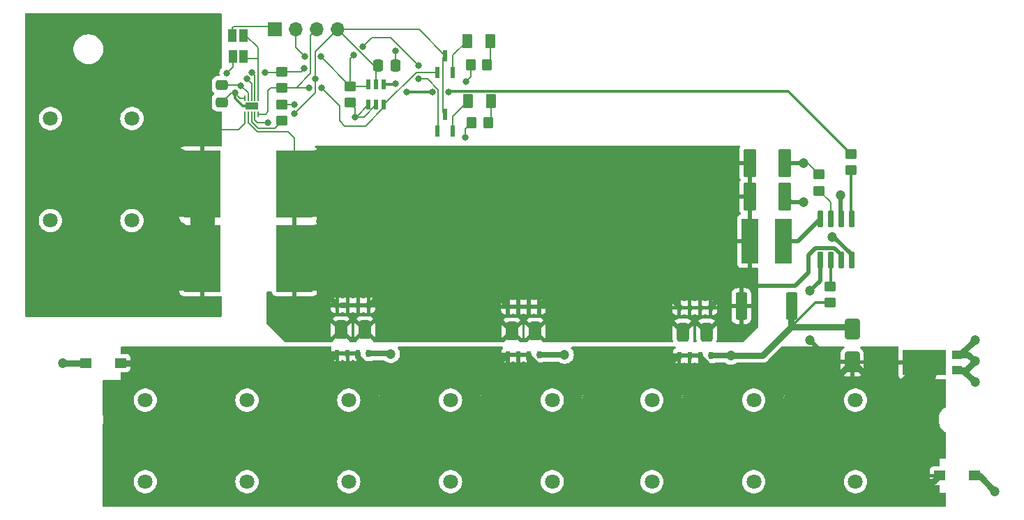
<source format=gbr>
%TF.GenerationSoftware,KiCad,Pcbnew,7.0.2-0*%
%TF.CreationDate,2024-05-03T02:11:47-07:00*%
%TF.ProjectId,EE156_2_Layer,45453135-365f-4325-9f4c-617965722e6b,rev?*%
%TF.SameCoordinates,Original*%
%TF.FileFunction,Copper,L1,Top*%
%TF.FilePolarity,Positive*%
%FSLAX46Y46*%
G04 Gerber Fmt 4.6, Leading zero omitted, Abs format (unit mm)*
G04 Created by KiCad (PCBNEW 7.0.2-0) date 2024-05-03 02:11:47*
%MOMM*%
%LPD*%
G01*
G04 APERTURE LIST*
G04 Aperture macros list*
%AMRoundRect*
0 Rectangle with rounded corners*
0 $1 Rounding radius*
0 $2 $3 $4 $5 $6 $7 $8 $9 X,Y pos of 4 corners*
0 Add a 4 corners polygon primitive as box body*
4,1,4,$2,$3,$4,$5,$6,$7,$8,$9,$2,$3,0*
0 Add four circle primitives for the rounded corners*
1,1,$1+$1,$2,$3*
1,1,$1+$1,$4,$5*
1,1,$1+$1,$6,$7*
1,1,$1+$1,$8,$9*
0 Add four rect primitives between the rounded corners*
20,1,$1+$1,$2,$3,$4,$5,0*
20,1,$1+$1,$4,$5,$6,$7,0*
20,1,$1+$1,$6,$7,$8,$9,0*
20,1,$1+$1,$8,$9,$2,$3,0*%
G04 Aperture macros list end*
%TA.AperFunction,SMDPad,CuDef*%
%ADD10RoundRect,0.249999X-0.450001X-1.425001X0.450001X-1.425001X0.450001X1.425001X-0.450001X1.425001X0*%
%TD*%
%TA.AperFunction,ComponentPad*%
%ADD11C,1.800000*%
%TD*%
%TA.AperFunction,SMDPad,CuDef*%
%ADD12RoundRect,0.250000X-0.350000X-0.450000X0.350000X-0.450000X0.350000X0.450000X-0.350000X0.450000X0*%
%TD*%
%TA.AperFunction,SMDPad,CuDef*%
%ADD13RoundRect,0.250000X0.375000X0.625000X-0.375000X0.625000X-0.375000X-0.625000X0.375000X-0.625000X0*%
%TD*%
%TA.AperFunction,SMDPad,CuDef*%
%ADD14R,1.000000X1.500000*%
%TD*%
%TA.AperFunction,SMDPad,CuDef*%
%ADD15R,0.220000X0.760000*%
%TD*%
%TA.AperFunction,SMDPad,CuDef*%
%ADD16R,1.500000X0.900000*%
%TD*%
%TA.AperFunction,SMDPad,CuDef*%
%ADD17R,0.499999X0.850011*%
%TD*%
%TA.AperFunction,SMDPad,CuDef*%
%ADD18R,0.599999X0.799998*%
%TD*%
%TA.AperFunction,SMDPad,CuDef*%
%ADD19RoundRect,0.381000X0.381000X-0.762000X0.381000X0.762000X-0.381000X0.762000X-0.381000X-0.762000X0*%
%TD*%
%TA.AperFunction,SMDPad,CuDef*%
%ADD20RoundRect,0.250000X-0.450000X0.350000X-0.450000X-0.350000X0.450000X-0.350000X0.450000X0.350000X0*%
%TD*%
%TA.AperFunction,SMDPad,CuDef*%
%ADD21R,2.057400X5.511800*%
%TD*%
%TA.AperFunction,SMDPad,CuDef*%
%ADD22R,0.558800X1.320800*%
%TD*%
%TA.AperFunction,SMDPad,CuDef*%
%ADD23RoundRect,0.250000X-0.537500X-1.450000X0.537500X-1.450000X0.537500X1.450000X-0.537500X1.450000X0*%
%TD*%
%TA.AperFunction,SMDPad,CuDef*%
%ADD24RoundRect,0.042000X-0.258000X0.943000X-0.258000X-0.943000X0.258000X-0.943000X0.258000X0.943000X0*%
%TD*%
%TA.AperFunction,SMDPad,CuDef*%
%ADD25RoundRect,0.250000X-0.650000X1.000000X-0.650000X-1.000000X0.650000X-1.000000X0.650000X1.000000X0*%
%TD*%
%TA.AperFunction,SMDPad,CuDef*%
%ADD26RoundRect,0.040600X0.249400X-0.564400X0.249400X0.564400X-0.249400X0.564400X-0.249400X-0.564400X0*%
%TD*%
%TA.AperFunction,SMDPad,CuDef*%
%ADD27RoundRect,0.250000X0.450000X-0.350000X0.450000X0.350000X-0.450000X0.350000X-0.450000X-0.350000X0*%
%TD*%
%TA.AperFunction,SMDPad,CuDef*%
%ADD28R,1.397000X1.219200*%
%TD*%
%TA.AperFunction,SMDPad,CuDef*%
%ADD29RoundRect,0.250000X-0.337500X-0.475000X0.337500X-0.475000X0.337500X0.475000X-0.337500X0.475000X0*%
%TD*%
%TA.AperFunction,SMDPad,CuDef*%
%ADD30R,4.445000X8.128000*%
%TD*%
%TA.AperFunction,SMDPad,CuDef*%
%ADD31R,1.143000X0.990600*%
%TD*%
%TA.AperFunction,SMDPad,CuDef*%
%ADD32R,5.207000X3.098800*%
%TD*%
%TA.AperFunction,ComponentPad*%
%ADD33R,1.700000X1.700000*%
%TD*%
%TA.AperFunction,ComponentPad*%
%ADD34O,1.700000X1.700000*%
%TD*%
%TA.AperFunction,SMDPad,CuDef*%
%ADD35RoundRect,0.250000X-0.475000X0.337500X-0.475000X-0.337500X0.475000X-0.337500X0.475000X0.337500X0*%
%TD*%
%TA.AperFunction,ViaPad*%
%ADD36C,2.000000*%
%TD*%
%TA.AperFunction,ViaPad*%
%ADD37C,0.800000*%
%TD*%
%TA.AperFunction,ViaPad*%
%ADD38C,1.200000*%
%TD*%
%TA.AperFunction,Conductor*%
%ADD39C,0.150000*%
%TD*%
%TA.AperFunction,Conductor*%
%ADD40C,0.304800*%
%TD*%
%TA.AperFunction,Conductor*%
%ADD41C,0.750000*%
%TD*%
%TA.AperFunction,Conductor*%
%ADD42C,3.000000*%
%TD*%
%TA.AperFunction,Conductor*%
%ADD43C,0.508000*%
%TD*%
%TA.AperFunction,Conductor*%
%ADD44C,0.635000*%
%TD*%
G04 APERTURE END LIST*
D10*
%TO.P,R9,1*%
%TO.N,Sense(+)*%
X289750000Y-169200000D03*
%TO.P,R9,2*%
%TO.N,THRUSTERS_GATE*%
X295850000Y-169200000D03*
%TD*%
D11*
%TO.P,J6,1_1,1_1*%
%TO.N,V_BAT_THRUSTERS*%
X271800000Y-190517500D03*
%TO.P,J6,1_2,1_2*%
X271800000Y-180617500D03*
%TO.P,J6,2_1,2_1*%
%TO.N,GND*%
X266800000Y-190517500D03*
%TO.P,J6,2_2,2_2*%
X266800000Y-180617500D03*
%TD*%
D12*
%TO.P,R7,1*%
%TO.N,GND*%
X256900000Y-139900000D03*
%TO.P,R7,2*%
%TO.N,Net-(D2-K)*%
X258900000Y-139900000D03*
%TD*%
D13*
%TO.P,D3,1,K*%
%TO.N,Net-(D3-K)*%
X259400000Y-144300000D03*
%TO.P,D3,2,A*%
%TO.N,Net-(D3-A)*%
X256600000Y-144300000D03*
%TD*%
D11*
%TO.P,J2,1_1,1_1*%
%TO.N,+BATT*%
X205882500Y-151400000D03*
%TO.P,J2,1_2,1_2*%
X215782500Y-151400000D03*
%TO.P,J2,2_1,2_1*%
%TO.N,GND*%
X205882500Y-146400000D03*
%TO.P,J2,2_2,2_2*%
X215782500Y-146400000D03*
%TD*%
D14*
%TO.P,JP5,1,A*%
%TO.N,LATCH*%
X228000000Y-136300000D03*
%TO.P,JP5,2,B*%
%TO.N,Net-(JP4-A)*%
X229300000Y-136300000D03*
%TD*%
D11*
%TO.P,J8,1_1,1_1*%
%TO.N,V_BAT_THRUSTERS*%
X247100000Y-190517500D03*
%TO.P,J8,1_2,1_2*%
X247100000Y-180617500D03*
%TO.P,J8,2_1,2_1*%
%TO.N,GND*%
X242100000Y-190517500D03*
%TO.P,J8,2_2,2_2*%
X242100000Y-180617500D03*
%TD*%
D15*
%TO.P,U1,1,IN+*%
%TO.N,+BATT*%
X229500000Y-145900000D03*
%TO.P,U1,2,IN-*%
%TO.N,Sense(+)*%
X229900000Y-145900000D03*
%TO.P,U1,3,LIMIT*%
%TO.N,Net-(U1-LIMIT)*%
X230300000Y-145900000D03*
%TO.P,U1,4,ENABLE*%
%TO.N,+5V*%
X230700000Y-145900000D03*
%TO.P,U1,5,~{ALERT}*%
%TO.N,OCP_N*%
X231100000Y-145900000D03*
%TO.P,U1,6,LATCH*%
%TO.N,Net-(JP4-A)*%
X231100000Y-143930000D03*
%TO.P,U1,7,DELAY*%
%TO.N,+5V*%
X230700000Y-143930000D03*
%TO.P,U1,8,GND*%
%TO.N,GND*%
X230300000Y-143930000D03*
%TO.P,U1,9,VS*%
%TO.N,+5V*%
X229900000Y-143930000D03*
%TO.P,U1,10,HYS*%
%TO.N,GND*%
X229500000Y-143930000D03*
D16*
%TO.P,U1,11,EP*%
X230300000Y-144915000D03*
%TD*%
D13*
%TO.P,D2,2,A*%
%TO.N,Net-(D2-A)*%
X256500000Y-137000000D03*
%TO.P,D2,1,K*%
%TO.N,Net-(D2-K)*%
X259300000Y-137000000D03*
%TD*%
D11*
%TO.P,J9,1_1,1_1*%
%TO.N,V_BAT_THRUSTERS*%
X234750000Y-190517500D03*
%TO.P,J9,1_2,1_2*%
X234750000Y-180617500D03*
%TO.P,J9,2_1,2_1*%
%TO.N,GND*%
X229750000Y-190517500D03*
%TO.P,J9,2_2,2_2*%
X229750000Y-180617500D03*
%TD*%
D17*
%TO.P,U4,1,S*%
%TO.N,V_BAT_THRUSTERS*%
X240700000Y-174924002D03*
%TO.P,U4,2,S*%
X241970000Y-174924002D03*
%TO.P,U4,3,S*%
X243240000Y-174924002D03*
%TO.P,U4,4,G*%
%TO.N,THRUSTERS_GATE*%
X244510000Y-174924002D03*
D18*
%TO.P,U4,5,D*%
%TO.N,Sense(+)*%
X244510000Y-169100000D03*
%TO.P,U4,6,D*%
X243240000Y-169100000D03*
%TO.P,U4,7,D*%
X241970000Y-169100000D03*
%TO.P,U4,8,D*%
X240700000Y-169100000D03*
D19*
%TO.P,U4,9,D*%
X241182600Y-172075301D03*
%TO.P,U4,10,D*%
X244027400Y-172075301D03*
%TD*%
D20*
%TO.P,R6,1*%
%TO.N,Net-(U3-GATE)*%
X300500000Y-166800000D03*
%TO.P,R6,2*%
%TO.N,THRUSTERS_GATE*%
X300500000Y-168800000D03*
%TD*%
D21*
%TO.P,L1,2,2*%
%TO.N,Sense(+)*%
X290780700Y-161300000D03*
%TO.P,L1,1,1*%
%TO.N,Net-(U3-SW)*%
X294819300Y-161300000D03*
%TD*%
D11*
%TO.P,J5,1_1,1_1*%
%TO.N,V_BAT_THRUSTERS*%
X283900000Y-190517500D03*
%TO.P,J5,1_2,1_2*%
X283900000Y-180617500D03*
%TO.P,J5,2_1,2_1*%
%TO.N,GND*%
X278900000Y-190517500D03*
%TO.P,J5,2_2,2_2*%
X278900000Y-180617500D03*
%TD*%
D22*
%TO.P,U7,1,GATE*%
%TO.N,OCP_N*%
X252847500Y-140816000D03*
%TO.P,U7,2,SOURCE*%
%TO.N,Net-(D2-A)*%
X254752500Y-140816000D03*
%TO.P,U7,3,DRAIN*%
%TO.N,+5V*%
X253800000Y-138784000D03*
%TD*%
D23*
%TO.P,C3,1*%
%TO.N,Sense(+)*%
X290762500Y-155900000D03*
%TO.P,C3,2*%
%TO.N,Net-(U3-OUT)*%
X295037500Y-155900000D03*
%TD*%
D24*
%TO.P,U3,1,IN*%
%TO.N,Net-(U3-IN)*%
X303105000Y-158625000D03*
%TO.P,U3,2,GND*%
%TO.N,GND*%
X301835000Y-158625000D03*
%TO.P,U3,3,RS*%
%TO.N,Net-(U3-RS)*%
X300565000Y-158625000D03*
%TO.P,U3,4,SW*%
%TO.N,Net-(U3-SW)*%
X299295000Y-158625000D03*
%TO.P,U3,5,SOURCE*%
%TO.N,V_BAT_THRUSTERS*%
X299295000Y-163575000D03*
%TO.P,U3,6,GATE*%
%TO.N,Net-(U3-GATE)*%
X300565000Y-163575000D03*
%TO.P,U3,7,VCC*%
%TO.N,Sense(+)*%
X301835000Y-163575000D03*
%TO.P,U3,8,OUT*%
%TO.N,Net-(U3-OUT)*%
X303105000Y-163575000D03*
%TD*%
D25*
%TO.P,D1,1,K*%
%TO.N,THRUSTERS_GATE*%
X303200000Y-172000000D03*
%TO.P,D1,2,A*%
%TO.N,V_BAT_THRUSTERS*%
X303200000Y-176000000D03*
%TD*%
D26*
%TO.P,U2,1,IN1*%
%TO.N,GND*%
X244450000Y-144755000D03*
%TO.P,U2,2,GND*%
X245400000Y-144755000D03*
%TO.P,U2,3,IN0*%
%TO.N,OCP_N*%
X246350000Y-144755000D03*
%TO.P,U2,4,Y*%
%TO.N,GATE_EN*%
X246350000Y-142245000D03*
%TO.P,U2,5,VCC*%
%TO.N,+5V*%
X245400000Y-142245000D03*
%TO.P,U2,6,IN2*%
%TO.N,THRUST_EN*%
X244450000Y-142245000D03*
%TD*%
D11*
%TO.P,J1,1_1,1_1*%
%TO.N,+BATT*%
X205882500Y-163800000D03*
%TO.P,J1,1_2,1_2*%
X215782500Y-163800000D03*
%TO.P,J1,2_1,2_1*%
%TO.N,GND*%
X205882500Y-158800000D03*
%TO.P,J1,2_2,2_2*%
X215782500Y-158800000D03*
%TD*%
D27*
%TO.P,R2,1*%
%TO.N,Net-(U1-LIMIT)*%
X234000000Y-146700000D03*
%TO.P,R2,2*%
%TO.N,GND*%
X234000000Y-144700000D03*
%TD*%
D17*
%TO.P,U6,1,S*%
%TO.N,V_BAT_THRUSTERS*%
X282190000Y-175224002D03*
%TO.P,U6,2,S*%
X283460000Y-175224002D03*
%TO.P,U6,3,S*%
X284730000Y-175224002D03*
%TO.P,U6,4,G*%
%TO.N,THRUSTERS_GATE*%
X286000000Y-175224002D03*
D18*
%TO.P,U6,5,D*%
%TO.N,Sense(+)*%
X286000000Y-169400000D03*
%TO.P,U6,6,D*%
X284730000Y-169400000D03*
%TO.P,U6,7,D*%
X283460000Y-169400000D03*
%TO.P,U6,8,D*%
X282190000Y-169400000D03*
D19*
%TO.P,U6,9,D*%
X282672600Y-172375301D03*
%TO.P,U6,10,D*%
X285517400Y-172375301D03*
%TD*%
D28*
%TO.P,C5,2*%
%TO.N,GND*%
X318008200Y-189800000D03*
%TO.P,C5,1*%
%TO.N,V_BAT_THRUSTERS*%
X313791800Y-189800000D03*
%TD*%
D14*
%TO.P,JP4,1,A*%
%TO.N,Net-(JP4-A)*%
X229350000Y-138900000D03*
%TO.P,JP4,2,B*%
%TO.N,GND*%
X228050000Y-138900000D03*
%TD*%
D29*
%TO.P,C2,1*%
%TO.N,+5V*%
X245662500Y-140000000D03*
%TO.P,C2,2*%
%TO.N,GND*%
X247737500Y-140000000D03*
%TD*%
D30*
%TO.P,WSLP59312L000FEA_2,1*%
%TO.N,Sense(+)*%
X235513400Y-154400000D03*
%TO.P,WSLP59312L000FEA_2,2*%
%TO.N,+BATT*%
X224286600Y-154400000D03*
%TD*%
D17*
%TO.P,U5,1,S*%
%TO.N,V_BAT_THRUSTERS*%
X261395000Y-175099501D03*
%TO.P,U5,2,S*%
X262665000Y-175099501D03*
%TO.P,U5,3,S*%
X263935000Y-175099501D03*
%TO.P,U5,4,G*%
%TO.N,THRUSTERS_GATE*%
X265205000Y-175099501D03*
D18*
%TO.P,U5,5,D*%
%TO.N,Sense(+)*%
X265205000Y-169275499D03*
%TO.P,U5,6,D*%
X263935000Y-169275499D03*
%TO.P,U5,7,D*%
X262665000Y-169275499D03*
%TO.P,U5,8,D*%
X261395000Y-169275499D03*
D19*
%TO.P,U5,9,D*%
X261877600Y-172250800D03*
%TO.P,U5,10,D*%
X264722400Y-172250800D03*
%TD*%
D11*
%TO.P,J7,1_1,1_1*%
%TO.N,V_BAT_THRUSTERS*%
X259450000Y-190517500D03*
%TO.P,J7,1_2,1_2*%
X259450000Y-180617500D03*
%TO.P,J7,2_1,2_1*%
%TO.N,GND*%
X254450000Y-190517500D03*
%TO.P,J7,2_2,2_2*%
X254450000Y-180617500D03*
%TD*%
D12*
%TO.P,R8,1*%
%TO.N,GND*%
X257000000Y-146900000D03*
%TO.P,R8,2*%
%TO.N,Net-(D3-K)*%
X259000000Y-146900000D03*
%TD*%
D31*
%TO.P,CR1,1,1*%
%TO.N,GND*%
X315900000Y-176940002D03*
%TO.P,CR1,2,2*%
X315900000Y-175100000D03*
D32*
%TO.P,CR1,3,3*%
%TO.N,V_BAT_THRUSTERS*%
X311912200Y-176020001D03*
%TD*%
D33*
%TO.P,J14,1,Pin_1*%
%TO.N,LATCH*%
X233100000Y-135600000D03*
D34*
%TO.P,J14,2,Pin_2*%
%TO.N,THRUST_EN*%
X235640000Y-135600000D03*
%TO.P,J14,3,Pin_3*%
%TO.N,OCP_N*%
X238180000Y-135600000D03*
%TO.P,J14,4,Pin_4*%
%TO.N,+5V*%
X240720000Y-135600000D03*
%TD*%
D20*
%TO.P,R3,1*%
%TO.N,THRUST_EN*%
X242300000Y-142500000D03*
%TO.P,R3,2*%
%TO.N,GND*%
X242300000Y-144500000D03*
%TD*%
D11*
%TO.P,J3,1_1,1_1*%
%TO.N,V_BAT_THRUSTERS*%
X308600000Y-190517500D03*
%TO.P,J3,1_2,1_2*%
X308600000Y-180617500D03*
%TO.P,J3,2_1,2_1*%
%TO.N,GND*%
X303600000Y-190517500D03*
%TO.P,J3,2_2,2_2*%
X303600000Y-180617500D03*
%TD*%
D22*
%TO.P,U8,1,GATE*%
%TO.N,THRUST_EN*%
X252847500Y-147932000D03*
%TO.P,U8,2,SOURCE*%
%TO.N,Net-(D3-A)*%
X254752500Y-147932000D03*
%TO.P,U8,3,DRAIN*%
%TO.N,+5V*%
X253800000Y-145900000D03*
%TD*%
D11*
%TO.P,J10,1_1,1_1*%
%TO.N,V_BAT_THRUSTERS*%
X222400000Y-190517500D03*
%TO.P,J10,1_2,1_2*%
X222400000Y-180617500D03*
%TO.P,J10,2_1,2_1*%
%TO.N,GND*%
X217400000Y-190517500D03*
%TO.P,J10,2_2,2_2*%
X217400000Y-180617500D03*
%TD*%
D23*
%TO.P,C4,1*%
%TO.N,Sense(+)*%
X290762500Y-151800000D03*
%TO.P,C4,2*%
%TO.N,GND*%
X295037500Y-151800000D03*
%TD*%
D28*
%TO.P,C6,2*%
%TO.N,GND*%
X210191800Y-176100000D03*
%TO.P,C6,1*%
%TO.N,V_BAT_THRUSTERS*%
X214408200Y-176100000D03*
%TD*%
D35*
%TO.P,C1,1*%
%TO.N,+5V*%
X226700000Y-142362500D03*
%TO.P,C1,2*%
%TO.N,GND*%
X226700000Y-144437500D03*
%TD*%
D30*
%TO.P,WSLP59312L000FEA_1,2*%
%TO.N,+BATT*%
X224286600Y-163400000D03*
%TO.P,WSLP59312L000FEA_1,1*%
%TO.N,Sense(+)*%
X235513400Y-163400000D03*
%TD*%
D20*
%TO.P,R1,1*%
%TO.N,+5V*%
X234000000Y-140700000D03*
%TO.P,R1,2*%
%TO.N,OCP_N*%
X234000000Y-142700000D03*
%TD*%
D27*
%TO.P,R5,1*%
%TO.N,Net-(U3-RS)*%
X299200000Y-155200000D03*
%TO.P,R5,2*%
%TO.N,GND*%
X299200000Y-153200000D03*
%TD*%
D11*
%TO.P,J4,1_1,1_1*%
%TO.N,V_BAT_THRUSTERS*%
X296250000Y-190517500D03*
%TO.P,J4,1_2,1_2*%
X296250000Y-180617500D03*
%TO.P,J4,2_1,2_1*%
%TO.N,GND*%
X291250000Y-190517500D03*
%TO.P,J4,2_2,2_2*%
X291250000Y-180617500D03*
%TD*%
D20*
%TO.P,R4,1*%
%TO.N,GATE_EN*%
X303100000Y-150700000D03*
%TO.P,R4,2*%
%TO.N,Net-(U3-IN)*%
X303100000Y-152700000D03*
%TD*%
D36*
%TO.N,Sense(+)*%
X286600000Y-163200000D03*
X286600000Y-165700000D03*
X286600000Y-160600000D03*
X286600000Y-154200000D03*
X286600000Y-151600000D03*
X286600000Y-156700000D03*
D37*
%TO.N,+5V*%
X236700000Y-140300000D03*
X238000000Y-141600000D03*
D38*
%TO.N,GND*%
X320500000Y-191700000D03*
X207400000Y-176100000D03*
X318100000Y-178400000D03*
X318100000Y-175900000D03*
X318100000Y-173300000D03*
D37*
%TO.N,GATE_EN*%
X252300000Y-143200000D03*
X249100000Y-143200000D03*
X254200000Y-143200000D03*
X247800000Y-142200000D03*
D38*
%TO.N,GND*%
X301800000Y-155700000D03*
X297300000Y-151800000D03*
%TO.N,Net-(U3-OUT)*%
X300800000Y-160800000D03*
X297300000Y-156600000D03*
%TO.N,V_BAT_THRUSTERS*%
X298100000Y-167300000D03*
X298100000Y-173300000D03*
%TO.N,THRUSTERS_GATE*%
X288500000Y-175200000D03*
X268300000Y-175100000D03*
X247200000Y-175000000D03*
D36*
%TO.N,+BATT*%
X219300000Y-165800000D03*
X219300000Y-160300000D03*
X219300000Y-163000000D03*
X219300000Y-156800000D03*
X219300000Y-154100000D03*
X219300000Y-151400000D03*
%TO.N,Sense(+)*%
X240300000Y-163300000D03*
X240300000Y-160700000D03*
X240300000Y-165800000D03*
X240300000Y-156800000D03*
X240300000Y-154300000D03*
X240300000Y-151700000D03*
D37*
%TO.N,THRUST_EN*%
X250600000Y-140000000D03*
X243800000Y-137700000D03*
X250600000Y-141600000D03*
X242700000Y-138700000D03*
%TO.N,GND*%
X256200000Y-148700000D03*
X256300000Y-141900000D03*
%TO.N,OCP_N*%
X237300000Y-142700000D03*
X238800000Y-142700000D03*
%TO.N,THRUST_EN*%
X236800000Y-138900000D03*
X238700000Y-138900000D03*
%TO.N,GND*%
X247800000Y-138200000D03*
X242900000Y-146200000D03*
X228300000Y-143300000D03*
X235500000Y-144700000D03*
X229700000Y-141600000D03*
X227300000Y-140900000D03*
%TO.N,+5V*%
X235500000Y-145800000D03*
X230300000Y-140800000D03*
X231900000Y-140800000D03*
X229000000Y-142400000D03*
X232300000Y-146887777D03*
%TD*%
D39*
%TO.N,+5V*%
X234000000Y-140700000D02*
X236300000Y-140700000D01*
X236300000Y-140700000D02*
X236700000Y-140300000D01*
X230700000Y-145900000D02*
X230700000Y-146540000D01*
X230700000Y-146540000D02*
X231047777Y-146887777D01*
X231047777Y-146887777D02*
X232300000Y-146887777D01*
D40*
%TO.N,GND*%
X230300000Y-144915000D02*
X229245200Y-144915000D01*
X229245200Y-144915000D02*
X228300000Y-143969800D01*
X228300000Y-143969800D02*
X228300000Y-143300000D01*
D41*
X318008200Y-189800000D02*
X318600000Y-189800000D01*
X318600000Y-189800000D02*
X320500000Y-191700000D01*
%TO.N,V_BAT_THRUSTERS*%
X308600000Y-190517500D02*
X313074300Y-190517500D01*
X313074300Y-190517500D02*
X313791800Y-189800000D01*
%TO.N,GND*%
X207400000Y-176100000D02*
X210191800Y-176100000D01*
%TO.N,V_BAT_THRUSTERS*%
X214408200Y-176100000D02*
X217882500Y-176100000D01*
X217882500Y-176100000D02*
X222400000Y-180617500D01*
%TO.N,GND*%
X315900000Y-175100000D02*
X316300000Y-175100000D01*
X316300000Y-175100000D02*
X318100000Y-173300000D01*
X315900000Y-175100000D02*
X317300000Y-175100000D01*
X317300000Y-175100000D02*
X318100000Y-175900000D01*
X315900000Y-176940002D02*
X317059998Y-176940002D01*
X317059998Y-176940002D02*
X318100000Y-175900000D01*
X315900000Y-176940002D02*
X316640002Y-176940002D01*
X316640002Y-176940002D02*
X318100000Y-178400000D01*
D42*
%TO.N,V_BAT_THRUSTERS*%
X311912200Y-176020001D02*
X311912200Y-177305300D01*
X311912200Y-177305300D02*
X308600000Y-180617500D01*
D39*
%TO.N,+5V*%
X253525500Y-139058500D02*
X253800000Y-138784000D01*
X253800000Y-145900000D02*
X253525500Y-145625500D01*
D40*
%TO.N,GATE_EN*%
X249100000Y-143200000D02*
X252300000Y-143200000D01*
X254200000Y-143200000D02*
X254327400Y-143072600D01*
D39*
%TO.N,THRUST_EN*%
X252974500Y-147805000D02*
X252974500Y-142920612D01*
X251653888Y-141600000D02*
X250600000Y-141600000D01*
D40*
%TO.N,GATE_EN*%
X254327400Y-143072600D02*
X295472600Y-143072600D01*
X247755000Y-142245000D02*
X247800000Y-142200000D01*
X246350000Y-142245000D02*
X247755000Y-142245000D01*
D39*
%TO.N,+5V*%
X253525500Y-145625500D02*
X253525500Y-139058500D01*
%TO.N,THRUST_EN*%
X252974500Y-142920612D02*
X251653888Y-141600000D01*
D40*
%TO.N,GATE_EN*%
X295472600Y-143072600D02*
X303100000Y-150700000D01*
%TO.N,Net-(U3-IN)*%
X303100000Y-152700000D02*
X303100000Y-158620000D01*
D39*
%TO.N,Net-(U3-RS)*%
X299200000Y-155200000D02*
X300565000Y-156565000D01*
X300565000Y-156565000D02*
X300565000Y-158625000D01*
%TO.N,GND*%
X297300000Y-151800000D02*
X297800000Y-151800000D01*
X297800000Y-151800000D02*
X299200000Y-153200000D01*
D43*
X301800000Y-155700000D02*
X301800000Y-158590000D01*
X295037500Y-151800000D02*
X297300000Y-151800000D01*
%TO.N,Net-(U3-OUT)*%
X303105000Y-162942550D02*
X300962450Y-160800000D01*
X297300000Y-156600000D02*
X295737500Y-156600000D01*
X300962450Y-160800000D02*
X300800000Y-160800000D01*
X295737500Y-156600000D02*
X295037500Y-155900000D01*
%TO.N,V_BAT_THRUSTERS*%
X299295000Y-163575000D02*
X299295000Y-166105000D01*
X299295000Y-166105000D02*
X298100000Y-167300000D01*
X298100000Y-173300000D02*
X300800000Y-176000000D01*
X300800000Y-176000000D02*
X303200000Y-176000000D01*
D40*
%TO.N,THRUSTERS_GATE*%
X300500000Y-168800000D02*
X298700000Y-168800000D01*
X298700000Y-168800000D02*
X295800000Y-171700000D01*
%TO.N,Net-(U3-GATE)*%
X300565000Y-163575000D02*
X300565000Y-166735000D01*
D43*
%TO.N,Net-(U3-SW)*%
X294819300Y-161300000D02*
X296620000Y-161300000D01*
X296620000Y-161300000D02*
X299295000Y-158625000D01*
%TO.N,Sense(+)*%
X301835000Y-162942550D02*
X301028450Y-162136000D01*
X298764000Y-162136000D02*
X297900000Y-163000000D01*
X301028450Y-162136000D02*
X298764000Y-162136000D01*
X297900000Y-163000000D02*
X297900000Y-165100000D01*
X297900000Y-165100000D02*
X296300000Y-166700000D01*
X289800000Y-166700000D02*
X289800000Y-169150000D01*
X296300000Y-166700000D02*
X289800000Y-166700000D01*
D41*
%TO.N,THRUSTERS_GATE*%
X295800000Y-171700000D02*
X295800000Y-169250000D01*
X288500000Y-175200000D02*
X292300000Y-175200000D01*
X292300000Y-175200000D02*
X295800000Y-171700000D01*
X295800000Y-171700000D02*
X302900000Y-171700000D01*
D42*
%TO.N,V_BAT_THRUSTERS*%
X308600000Y-180617500D02*
X308600000Y-181900000D01*
X308600000Y-181900000D02*
X308600000Y-190517500D01*
D41*
X303200000Y-176000000D02*
X308600000Y-181400000D01*
X308600000Y-181400000D02*
X308600000Y-181900000D01*
X303200000Y-176000000D02*
X298582500Y-180617500D01*
X298582500Y-180617500D02*
X296250000Y-180617500D01*
D44*
%TO.N,THRUSTERS_GATE*%
X286000000Y-175224002D02*
X288475998Y-175224002D01*
X288475998Y-175224002D02*
X288500000Y-175200000D01*
X265205000Y-175099501D02*
X268299501Y-175099501D01*
X268299501Y-175099501D02*
X268300000Y-175100000D01*
X244510000Y-174924002D02*
X247124002Y-174924002D01*
X247124002Y-174924002D02*
X247200000Y-175000000D01*
D42*
%TO.N,V_BAT_THRUSTERS*%
X222400000Y-180617500D02*
X222400000Y-190517500D01*
X234750000Y-180617500D02*
X234750000Y-190517500D01*
X247100000Y-180617500D02*
X247100000Y-190517500D01*
X259450000Y-180617500D02*
X259450000Y-190517500D01*
X271800000Y-180617500D02*
X271800000Y-190517500D01*
X283900000Y-180617500D02*
X283900000Y-190517500D01*
X296250000Y-180617500D02*
X296250000Y-190517500D01*
%TO.N,+BATT*%
X215782500Y-163800000D02*
X218500000Y-163800000D01*
X218500000Y-163800000D02*
X219300000Y-163000000D01*
X205882500Y-163800000D02*
X215782500Y-163800000D01*
X205882500Y-151400000D02*
X215782500Y-151400000D01*
X215782500Y-151400000D02*
X219300000Y-151400000D01*
X219300000Y-151400000D02*
X221286600Y-151400000D01*
X221286600Y-151400000D02*
X224286600Y-154400000D01*
X219300000Y-154100000D02*
X223986600Y-154100000D01*
X219300000Y-156800000D02*
X221886600Y-156800000D01*
X221886600Y-156800000D02*
X224286600Y-154400000D01*
X219300000Y-165800000D02*
X221886600Y-165800000D01*
X221886600Y-165800000D02*
X224286600Y-163400000D01*
X219300000Y-163000000D02*
X223886600Y-163000000D01*
X219300000Y-160300000D02*
X221186600Y-160300000D01*
X221186600Y-160300000D02*
X224286600Y-163400000D01*
D44*
%TO.N,Sense(+)*%
X286000000Y-169400000D02*
X286000000Y-169300000D01*
X286000000Y-169300000D02*
X287600000Y-167700000D01*
X282190000Y-169400000D02*
X282190000Y-169290000D01*
X282190000Y-169290000D02*
X280600000Y-167700000D01*
X265205000Y-169275499D02*
X265224501Y-169275499D01*
X265224501Y-169275499D02*
X267000000Y-167500000D01*
X261395000Y-169275499D02*
X261395000Y-169195000D01*
X261395000Y-169195000D02*
X259900000Y-167700000D01*
X244510000Y-169100000D02*
X244600000Y-169100000D01*
X244600000Y-169100000D02*
X246400000Y-167300000D01*
X240700000Y-169100000D02*
X240700000Y-169000000D01*
X240700000Y-169000000D02*
X239600000Y-167900000D01*
D42*
X240300000Y-165800000D02*
X237913400Y-165800000D01*
X237913400Y-165800000D02*
X235513400Y-163400000D01*
X240300000Y-163300000D02*
X235613400Y-163300000D01*
X240300000Y-160700000D02*
X238213400Y-160700000D01*
X238213400Y-160700000D02*
X235513400Y-163400000D01*
X240300000Y-156800000D02*
X237913400Y-156800000D01*
X237913400Y-156800000D02*
X235513400Y-154400000D01*
X240300000Y-154300000D02*
X235613400Y-154300000D01*
X240300000Y-151700000D02*
X238213400Y-151700000D01*
X238213400Y-151700000D02*
X235513400Y-154400000D01*
%TO.N,+BATT*%
X224286600Y-163400000D02*
X224286600Y-154400000D01*
D44*
%TO.N,Sense(+)*%
X237613400Y-161300000D02*
X235513400Y-163400000D01*
X241970000Y-169100000D02*
X241213400Y-169100000D01*
%TO.N,V_BAT_THRUSTERS*%
X243240000Y-174924002D02*
X243240000Y-175364006D01*
X244575994Y-176700000D02*
X244700000Y-176700000D01*
X243240000Y-175364006D02*
X244575994Y-176700000D01*
X240700000Y-174924002D02*
X240700000Y-175000000D01*
X240700000Y-175000000D02*
X239200000Y-176500000D01*
X284730000Y-175224002D02*
X284730000Y-175399008D01*
X284730000Y-175399008D02*
X286100000Y-176769008D01*
X286100000Y-176769008D02*
X286100000Y-176800000D01*
X282190000Y-175224002D02*
X282175998Y-175224002D01*
X282175998Y-175224002D02*
X280900000Y-176500000D01*
X263935000Y-175274507D02*
X265400000Y-176739507D01*
X265400000Y-176739507D02*
X265400000Y-176800000D01*
X261395000Y-175099501D02*
X261395000Y-175105000D01*
X261395000Y-175105000D02*
X259700000Y-176800000D01*
X263935000Y-175099501D02*
X263935000Y-175274507D01*
X263935000Y-175099501D02*
X263935000Y-175539505D01*
D39*
%TO.N,GND*%
X226700000Y-144437500D02*
X227837500Y-143300000D01*
X227837500Y-143300000D02*
X228300000Y-143300000D01*
%TO.N,+5V*%
X226700000Y-142362500D02*
X228962500Y-142362500D01*
X228962500Y-142362500D02*
X229000000Y-142400000D01*
%TO.N,THRUST_EN*%
X244900000Y-136600000D02*
X243800000Y-137700000D01*
X242300000Y-139100000D02*
X242300000Y-142500000D01*
X250600000Y-140000000D02*
X247200000Y-136600000D01*
X247200000Y-136600000D02*
X244900000Y-136600000D01*
X242700000Y-138700000D02*
X242300000Y-139100000D01*
%TO.N,GND*%
X257000000Y-146900000D02*
X256200000Y-147700000D01*
X256200000Y-147700000D02*
X256200000Y-148700000D01*
%TO.N,Net-(D3-K)*%
X259400000Y-144300000D02*
X259400000Y-146500000D01*
%TO.N,Net-(D3-A)*%
X254752500Y-147932000D02*
X254752500Y-146147500D01*
X254752500Y-146147500D02*
X256600000Y-144300000D01*
%TO.N,GND*%
X256900000Y-139900000D02*
X256900000Y-141300000D01*
X256900000Y-141300000D02*
X256300000Y-141900000D01*
%TO.N,Net-(D2-K)*%
X259300000Y-137000000D02*
X259300000Y-139500000D01*
%TO.N,Net-(D2-A)*%
X254752500Y-140816000D02*
X254752500Y-138747500D01*
X254752500Y-138747500D02*
X256500000Y-137000000D01*
%TO.N,+5V*%
X245662500Y-140000000D02*
X245120000Y-140000000D01*
X245120000Y-140000000D02*
X240720000Y-135600000D01*
X253800000Y-138784000D02*
X250616000Y-135600000D01*
X250616000Y-135600000D02*
X240720000Y-135600000D01*
%TO.N,OCP_N*%
X252847500Y-140816000D02*
X250289000Y-140816000D01*
X250289000Y-140816000D02*
X246350000Y-144755000D01*
X235800000Y-142700000D02*
X237300000Y-142700000D01*
X235750000Y-142650000D02*
X237474500Y-140925500D01*
X235750000Y-142650000D02*
X235800000Y-142700000D01*
X235700000Y-142700000D02*
X235750000Y-142650000D01*
X238800000Y-142700000D02*
X241000000Y-144900000D01*
X241000000Y-144900000D02*
X241000000Y-146700000D01*
X241000000Y-146700000D02*
X241600000Y-147300000D01*
X241600000Y-147300000D02*
X244115126Y-147300000D01*
X244115126Y-147300000D02*
X246350000Y-145065126D01*
%TO.N,Sense(+)*%
X229900000Y-145900000D02*
X229900000Y-146888539D01*
X231011462Y-148000000D02*
X234700000Y-148000000D01*
X229900000Y-146888539D02*
X231011462Y-148000000D01*
X234700000Y-148000000D02*
X235513400Y-148813400D01*
X235513400Y-148813400D02*
X235513400Y-154400000D01*
%TO.N,+BATT*%
X229500000Y-145900000D02*
X229500000Y-147000000D01*
X229500000Y-147000000D02*
X228700000Y-147800000D01*
X228700000Y-147800000D02*
X225300000Y-147800000D01*
X225300000Y-147800000D02*
X224286600Y-148813400D01*
X224286600Y-148813400D02*
X224286600Y-154400000D01*
%TO.N,THRUST_EN*%
X235640000Y-135600000D02*
X235640000Y-137740000D01*
X235640000Y-137740000D02*
X236800000Y-138900000D01*
X238700000Y-138900000D02*
X242300000Y-142500000D01*
%TO.N,GND*%
X247737500Y-140000000D02*
X247737500Y-138262500D01*
X247737500Y-138262500D02*
X247800000Y-138200000D01*
X243005000Y-146200000D02*
X242900000Y-146200000D01*
X244450000Y-144755000D02*
X243005000Y-146200000D01*
X245400000Y-144755000D02*
X243955000Y-146200000D01*
X242300000Y-144500000D02*
X242900000Y-145100000D01*
X243955000Y-146200000D02*
X242900000Y-146200000D01*
X242900000Y-145100000D02*
X242900000Y-146200000D01*
%TO.N,+5V*%
X245400000Y-142245000D02*
X245400000Y-140262500D01*
%TO.N,THRUST_EN*%
X244195000Y-142500000D02*
X244450000Y-142245000D01*
X242300000Y-142500000D02*
X244195000Y-142500000D01*
%TO.N,OCP_N*%
X231100000Y-145900000D02*
X232000000Y-145900000D01*
X232600000Y-142700000D02*
X234000000Y-142700000D01*
X237474500Y-136305500D02*
X237474500Y-140925500D01*
X232300000Y-145600000D02*
X232300000Y-143000000D01*
X235700000Y-142700000D02*
X234000000Y-142700000D01*
X232000000Y-145900000D02*
X232300000Y-145600000D01*
X232300000Y-143000000D02*
X232600000Y-142700000D01*
X238180000Y-135600000D02*
X237474500Y-136305500D01*
%TO.N,Net-(U1-LIMIT)*%
X233137701Y-147562299D02*
X234000000Y-146700000D01*
X230300000Y-145900000D02*
X230300000Y-146794269D01*
X230300000Y-146794269D02*
X231068030Y-147562299D01*
X231068030Y-147562299D02*
X233137701Y-147562299D01*
%TO.N,GND*%
X228050000Y-138900000D02*
X228050000Y-140150000D01*
X230300000Y-143930000D02*
X230300000Y-142200000D01*
X229500000Y-143930000D02*
X228930000Y-143930000D01*
X228930000Y-143930000D02*
X228300000Y-143300000D01*
X234000000Y-144700000D02*
X235500000Y-144700000D01*
X228050000Y-140150000D02*
X227300000Y-140900000D01*
X230300000Y-142200000D02*
X229700000Y-141600000D01*
%TO.N,+5V*%
X238000000Y-138300000D02*
X238000000Y-143300000D01*
X240720000Y-135600000D02*
X238020000Y-138300000D01*
X238020000Y-138300000D02*
X238000000Y-138300000D01*
X231900000Y-140800000D02*
X233900000Y-140800000D01*
X229900000Y-143930000D02*
X229900000Y-143300000D01*
X230700000Y-141200000D02*
X230300000Y-140800000D01*
X229900000Y-143300000D02*
X229000000Y-142400000D01*
X230700000Y-143930000D02*
X230700000Y-141200000D01*
X238000000Y-143300000D02*
X235500000Y-145800000D01*
%TO.N,LATCH*%
X228000000Y-136300000D02*
X228000000Y-135400000D01*
X228000000Y-135400000D02*
X228125000Y-135275000D01*
X228125000Y-135275000D02*
X232775000Y-135275000D01*
%TO.N,Net-(JP4-A)*%
X231100000Y-137800000D02*
X231100000Y-139100000D01*
X229600000Y-136300000D02*
X231100000Y-137800000D01*
X231100000Y-139100000D02*
X231100000Y-143930000D01*
X229200000Y-139100000D02*
X231100000Y-139100000D01*
%TD*%
%TA.AperFunction,Conductor*%
%TO.N,+BATT*%
G36*
X226643039Y-133620185D02*
G01*
X226688794Y-133672989D01*
X226700000Y-133724500D01*
X226700000Y-140161036D01*
X226680315Y-140228075D01*
X226668150Y-140244008D01*
X226560959Y-140363055D01*
X226465472Y-140528443D01*
X226406458Y-140710070D01*
X226406457Y-140710072D01*
X226406458Y-140710072D01*
X226386496Y-140900000D01*
X226406458Y-141089928D01*
X226406459Y-141089931D01*
X226411090Y-141104185D01*
X226413083Y-141174026D01*
X226377001Y-141233858D01*
X226314299Y-141264684D01*
X226293159Y-141266500D01*
X226177605Y-141266500D01*
X226177585Y-141266500D01*
X226174456Y-141266501D01*
X226171325Y-141266820D01*
X226171321Y-141266821D01*
X226070574Y-141277112D01*
X225902263Y-141332884D01*
X225751345Y-141425971D01*
X225625971Y-141551345D01*
X225532884Y-141702263D01*
X225477112Y-141870573D01*
X225466819Y-141971324D01*
X225466818Y-141971341D01*
X225466500Y-141974455D01*
X225466500Y-141977601D01*
X225466500Y-141977602D01*
X225466500Y-142747395D01*
X225466500Y-142747414D01*
X225466501Y-142750544D01*
X225466820Y-142753675D01*
X225466821Y-142753678D01*
X225477112Y-142854425D01*
X225532884Y-143022736D01*
X225625971Y-143173654D01*
X225761596Y-143309279D01*
X225759317Y-143311557D01*
X225790667Y-143346416D01*
X225801886Y-143415379D01*
X225774039Y-143479459D01*
X225761338Y-143490463D01*
X225761596Y-143490721D01*
X225625971Y-143626345D01*
X225532884Y-143777263D01*
X225477112Y-143945573D01*
X225466819Y-144046324D01*
X225466818Y-144046341D01*
X225466500Y-144049455D01*
X225466500Y-144052601D01*
X225466500Y-144052602D01*
X225466500Y-144822395D01*
X225466500Y-144822414D01*
X225466501Y-144825544D01*
X225466820Y-144828675D01*
X225466821Y-144828678D01*
X225477112Y-144929425D01*
X225532884Y-145097736D01*
X225532885Y-145097738D01*
X225537804Y-145105713D01*
X225625971Y-145248654D01*
X225751345Y-145374028D01*
X225751347Y-145374029D01*
X225751348Y-145374030D01*
X225902262Y-145467115D01*
X225986417Y-145495001D01*
X226070573Y-145522887D01*
X226116602Y-145527589D01*
X226174455Y-145533500D01*
X226576002Y-145533499D01*
X226643039Y-145553183D01*
X226688794Y-145605987D01*
X226700000Y-145657499D01*
X226700000Y-149713335D01*
X226680315Y-149780374D01*
X226627511Y-149826129D01*
X226563400Y-149836520D01*
X226563550Y-149836532D01*
X226563382Y-149836523D01*
X226562753Y-149836625D01*
X226560234Y-149836354D01*
X226553618Y-149836000D01*
X224536600Y-149836000D01*
X224536600Y-167964000D01*
X226553618Y-167964000D01*
X226560219Y-167963646D01*
X226562732Y-167963376D01*
X226563312Y-167963480D01*
X226563550Y-167963468D01*
X226563337Y-167963485D01*
X226631493Y-167975774D01*
X226682635Y-168023380D01*
X226700000Y-168086664D01*
X226700000Y-170376000D01*
X226680315Y-170443039D01*
X226627511Y-170488794D01*
X226576000Y-170500000D01*
X202924500Y-170500000D01*
X202857461Y-170480315D01*
X202811706Y-170427511D01*
X202800500Y-170376000D01*
X202800500Y-163800000D01*
X204477701Y-163800000D01*
X204496861Y-164031217D01*
X204553819Y-164256139D01*
X204647016Y-164468609D01*
X204731311Y-164597633D01*
X205319726Y-164009219D01*
X205358401Y-164102588D01*
X205454575Y-164227925D01*
X205579912Y-164324099D01*
X205673279Y-164362772D01*
X205083699Y-164952351D01*
X205114150Y-164976051D01*
X205318200Y-165086477D01*
X205537640Y-165161811D01*
X205766493Y-165200000D01*
X205998507Y-165200000D01*
X206227359Y-165161811D01*
X206446796Y-165086478D01*
X206650853Y-164976048D01*
X206681298Y-164952351D01*
X206091720Y-164362773D01*
X206185088Y-164324099D01*
X206310425Y-164227925D01*
X206406599Y-164102589D01*
X206445273Y-164009220D01*
X207033686Y-164597634D01*
X207117983Y-164468607D01*
X207211180Y-164256138D01*
X207268138Y-164031217D01*
X207287298Y-163800000D01*
X214377701Y-163800000D01*
X214396861Y-164031217D01*
X214453819Y-164256139D01*
X214547016Y-164468609D01*
X214631311Y-164597633D01*
X215219726Y-164009218D01*
X215258401Y-164102588D01*
X215354575Y-164227925D01*
X215479912Y-164324099D01*
X215573279Y-164362772D01*
X214983699Y-164952351D01*
X215014150Y-164976051D01*
X215218200Y-165086477D01*
X215437640Y-165161811D01*
X215666493Y-165200000D01*
X215898507Y-165200000D01*
X216127359Y-165161811D01*
X216346796Y-165086478D01*
X216550853Y-164976048D01*
X216581298Y-164952351D01*
X215991720Y-164362773D01*
X216085088Y-164324099D01*
X216210425Y-164227925D01*
X216306599Y-164102589D01*
X216345273Y-164009220D01*
X216933686Y-164597634D01*
X217017983Y-164468607D01*
X217111180Y-164256138D01*
X217168138Y-164031217D01*
X217187298Y-163799999D01*
X217174868Y-163650000D01*
X221564100Y-163650000D01*
X221564100Y-167508518D01*
X221564454Y-167515132D01*
X221570500Y-167571371D01*
X221620747Y-167706089D01*
X221706911Y-167821188D01*
X221822010Y-167907352D01*
X221956728Y-167957599D01*
X222012967Y-167963645D01*
X222019582Y-167964000D01*
X224036600Y-167964000D01*
X224036600Y-163650000D01*
X221564100Y-163650000D01*
X217174868Y-163650000D01*
X217168138Y-163568782D01*
X217111180Y-163343860D01*
X217017984Y-163131392D01*
X216933686Y-163002364D01*
X216345272Y-163590778D01*
X216306599Y-163497412D01*
X216210425Y-163372075D01*
X216085088Y-163275901D01*
X215991720Y-163237227D01*
X216581299Y-162647648D01*
X216581299Y-162647647D01*
X216550849Y-162623948D01*
X216346799Y-162513522D01*
X216127359Y-162438188D01*
X215898507Y-162400000D01*
X215666493Y-162400000D01*
X215437640Y-162438188D01*
X215218203Y-162513521D01*
X215014145Y-162623952D01*
X214983700Y-162647646D01*
X214983700Y-162647647D01*
X215573279Y-163237226D01*
X215479912Y-163275901D01*
X215354575Y-163372075D01*
X215258401Y-163497411D01*
X215219726Y-163590779D01*
X214631312Y-163002365D01*
X214547016Y-163131390D01*
X214453819Y-163343860D01*
X214396861Y-163568782D01*
X214377701Y-163800000D01*
X207287298Y-163800000D01*
X207268138Y-163568782D01*
X207211180Y-163343860D01*
X207117984Y-163131392D01*
X207033686Y-163002364D01*
X206445272Y-163590778D01*
X206406599Y-163497412D01*
X206310425Y-163372075D01*
X206185088Y-163275901D01*
X206091720Y-163237227D01*
X206681299Y-162647648D01*
X206681299Y-162647647D01*
X206650849Y-162623948D01*
X206446799Y-162513522D01*
X206227359Y-162438188D01*
X205998507Y-162400000D01*
X205766493Y-162400000D01*
X205537640Y-162438188D01*
X205318203Y-162513521D01*
X205114145Y-162623952D01*
X205083700Y-162647646D01*
X205083700Y-162647647D01*
X205673279Y-163237226D01*
X205579912Y-163275901D01*
X205454575Y-163372075D01*
X205358401Y-163497411D01*
X205319727Y-163590779D01*
X204731312Y-163002365D01*
X204647016Y-163131390D01*
X204553819Y-163343860D01*
X204496861Y-163568782D01*
X204477701Y-163800000D01*
X202800500Y-163800000D01*
X202800500Y-158800000D01*
X204469172Y-158800000D01*
X204488448Y-159032621D01*
X204545751Y-159258908D01*
X204639516Y-159472669D01*
X204767184Y-159668081D01*
X204767186Y-159668083D01*
X204925280Y-159839818D01*
X205109483Y-159983190D01*
X205314773Y-160094287D01*
X205369966Y-160113235D01*
X205535546Y-160170080D01*
X205765788Y-160208500D01*
X205999212Y-160208500D01*
X206229453Y-160170080D01*
X206339838Y-160132183D01*
X206450227Y-160094287D01*
X206655517Y-159983190D01*
X206839720Y-159839818D01*
X206997814Y-159668083D01*
X207125484Y-159472669D01*
X207219249Y-159258907D01*
X207276551Y-159032626D01*
X207295827Y-158800000D01*
X214369172Y-158800000D01*
X214388448Y-159032621D01*
X214445751Y-159258908D01*
X214539516Y-159472669D01*
X214667184Y-159668081D01*
X214667186Y-159668083D01*
X214825280Y-159839818D01*
X215009483Y-159983190D01*
X215214773Y-160094287D01*
X215269967Y-160113235D01*
X215435546Y-160170080D01*
X215665788Y-160208500D01*
X215899212Y-160208500D01*
X216129453Y-160170080D01*
X216239839Y-160132183D01*
X216350227Y-160094287D01*
X216555517Y-159983190D01*
X216739720Y-159839818D01*
X216897814Y-159668083D01*
X217025484Y-159472669D01*
X217119249Y-159258907D01*
X217176551Y-159032626D01*
X217195827Y-158800000D01*
X217176551Y-158567374D01*
X217119249Y-158341093D01*
X217025484Y-158127331D01*
X216897814Y-157931917D01*
X216739720Y-157760182D01*
X216555517Y-157616810D01*
X216350227Y-157505713D01*
X216350226Y-157505712D01*
X216350225Y-157505712D01*
X216129453Y-157429919D01*
X215899212Y-157391500D01*
X215665788Y-157391500D01*
X215435546Y-157429919D01*
X215214774Y-157505712D01*
X215009483Y-157616810D01*
X214825280Y-157760181D01*
X214667184Y-157931918D01*
X214539516Y-158127330D01*
X214445751Y-158341091D01*
X214388448Y-158567378D01*
X214369172Y-158800000D01*
X207295827Y-158800000D01*
X207276551Y-158567374D01*
X207219249Y-158341093D01*
X207125484Y-158127331D01*
X206997814Y-157931917D01*
X206839720Y-157760182D01*
X206655517Y-157616810D01*
X206450227Y-157505713D01*
X206450226Y-157505712D01*
X206450225Y-157505712D01*
X206229453Y-157429919D01*
X205999212Y-157391500D01*
X205765788Y-157391500D01*
X205535546Y-157429919D01*
X205314774Y-157505712D01*
X205109483Y-157616810D01*
X204925280Y-157760181D01*
X204767184Y-157931918D01*
X204639516Y-158127330D01*
X204545751Y-158341091D01*
X204488448Y-158567378D01*
X204469172Y-158800000D01*
X202800500Y-158800000D01*
X202800500Y-154650000D01*
X221564100Y-154650000D01*
X221564100Y-158508518D01*
X221564454Y-158515132D01*
X221570500Y-158571371D01*
X221620748Y-158706091D01*
X221710279Y-158825690D01*
X221734696Y-158891154D01*
X221719844Y-158959427D01*
X221710279Y-158974310D01*
X221620748Y-159093908D01*
X221570500Y-159228628D01*
X221564454Y-159284867D01*
X221564100Y-159291481D01*
X221564100Y-163150000D01*
X224036600Y-163150000D01*
X224036600Y-154650000D01*
X221564100Y-154650000D01*
X202800500Y-154650000D01*
X202800500Y-154150000D01*
X221564100Y-154150000D01*
X224036600Y-154150000D01*
X224036600Y-149836000D01*
X222019582Y-149836000D01*
X222012967Y-149836354D01*
X221956728Y-149842400D01*
X221822010Y-149892647D01*
X221706911Y-149978811D01*
X221620747Y-150093910D01*
X221570500Y-150228628D01*
X221564454Y-150284867D01*
X221564100Y-150291481D01*
X221564100Y-154150000D01*
X202800500Y-154150000D01*
X202800500Y-151399999D01*
X204477701Y-151399999D01*
X204496861Y-151631217D01*
X204553819Y-151856139D01*
X204647016Y-152068609D01*
X204731311Y-152197633D01*
X205319726Y-151609219D01*
X205358401Y-151702588D01*
X205454575Y-151827925D01*
X205579912Y-151924099D01*
X205673279Y-151962772D01*
X205083699Y-152552351D01*
X205114150Y-152576051D01*
X205318200Y-152686477D01*
X205537640Y-152761811D01*
X205766493Y-152800000D01*
X205998507Y-152800000D01*
X206227359Y-152761811D01*
X206446796Y-152686478D01*
X206650853Y-152576048D01*
X206681298Y-152552351D01*
X206091720Y-151962773D01*
X206185088Y-151924099D01*
X206310425Y-151827925D01*
X206406599Y-151702589D01*
X206445272Y-151609220D01*
X207033686Y-152197634D01*
X207117983Y-152068607D01*
X207211180Y-151856138D01*
X207268138Y-151631217D01*
X207287298Y-151400000D01*
X214377701Y-151400000D01*
X214396861Y-151631217D01*
X214453819Y-151856139D01*
X214547016Y-152068609D01*
X214631311Y-152197633D01*
X215219726Y-151609218D01*
X215258401Y-151702588D01*
X215354575Y-151827925D01*
X215479912Y-151924099D01*
X215573279Y-151962772D01*
X214983699Y-152552351D01*
X215014150Y-152576051D01*
X215218200Y-152686477D01*
X215437640Y-152761811D01*
X215666493Y-152800000D01*
X215898507Y-152800000D01*
X216127359Y-152761811D01*
X216346796Y-152686478D01*
X216550853Y-152576048D01*
X216581298Y-152552351D01*
X215991720Y-151962773D01*
X216085088Y-151924099D01*
X216210425Y-151827925D01*
X216306599Y-151702589D01*
X216345272Y-151609220D01*
X216933686Y-152197634D01*
X217017983Y-152068607D01*
X217111180Y-151856138D01*
X217168138Y-151631217D01*
X217187298Y-151399999D01*
X217168138Y-151168782D01*
X217111180Y-150943860D01*
X217017984Y-150731392D01*
X216933686Y-150602364D01*
X216345272Y-151190778D01*
X216306599Y-151097412D01*
X216210425Y-150972075D01*
X216085088Y-150875901D01*
X215991720Y-150837227D01*
X216581299Y-150247648D01*
X216581299Y-150247647D01*
X216550849Y-150223948D01*
X216346799Y-150113522D01*
X216127359Y-150038188D01*
X215898507Y-150000000D01*
X215666493Y-150000000D01*
X215437640Y-150038188D01*
X215218203Y-150113521D01*
X215014145Y-150223952D01*
X214983700Y-150247646D01*
X214983700Y-150247647D01*
X215573279Y-150837226D01*
X215479912Y-150875901D01*
X215354575Y-150972075D01*
X215258401Y-151097411D01*
X215219726Y-151190779D01*
X214631312Y-150602365D01*
X214547016Y-150731390D01*
X214453819Y-150943860D01*
X214396861Y-151168782D01*
X214377701Y-151400000D01*
X207287298Y-151400000D01*
X207268138Y-151168782D01*
X207211180Y-150943860D01*
X207117984Y-150731392D01*
X207033686Y-150602364D01*
X206445272Y-151190778D01*
X206406599Y-151097412D01*
X206310425Y-150972075D01*
X206185088Y-150875901D01*
X206091720Y-150837227D01*
X206681299Y-150247648D01*
X206681299Y-150247647D01*
X206650849Y-150223948D01*
X206446799Y-150113522D01*
X206227359Y-150038188D01*
X205998507Y-150000000D01*
X205766493Y-150000000D01*
X205537640Y-150038188D01*
X205318203Y-150113521D01*
X205114145Y-150223952D01*
X205083700Y-150247646D01*
X205083700Y-150247647D01*
X205673279Y-150837226D01*
X205579912Y-150875901D01*
X205454575Y-150972075D01*
X205358401Y-151097411D01*
X205319727Y-151190779D01*
X204731312Y-150602365D01*
X204647016Y-150731390D01*
X204553819Y-150943860D01*
X204496861Y-151168782D01*
X204477701Y-151399999D01*
X202800500Y-151399999D01*
X202800500Y-146400000D01*
X204469172Y-146400000D01*
X204488448Y-146632621D01*
X204545751Y-146858908D01*
X204639516Y-147072669D01*
X204767184Y-147268081D01*
X204767186Y-147268083D01*
X204925280Y-147439818D01*
X205109483Y-147583190D01*
X205314773Y-147694287D01*
X205369966Y-147713235D01*
X205535546Y-147770080D01*
X205765788Y-147808500D01*
X205999212Y-147808500D01*
X206229453Y-147770080D01*
X206339838Y-147732183D01*
X206450227Y-147694287D01*
X206655517Y-147583190D01*
X206839720Y-147439818D01*
X206997814Y-147268083D01*
X207125484Y-147072669D01*
X207219249Y-146858907D01*
X207276551Y-146632626D01*
X207295827Y-146400000D01*
X214369172Y-146400000D01*
X214388448Y-146632621D01*
X214445751Y-146858908D01*
X214539516Y-147072669D01*
X214667184Y-147268081D01*
X214667186Y-147268083D01*
X214825280Y-147439818D01*
X215009483Y-147583190D01*
X215214773Y-147694287D01*
X215269967Y-147713235D01*
X215435546Y-147770080D01*
X215665788Y-147808500D01*
X215899212Y-147808500D01*
X216129453Y-147770080D01*
X216239839Y-147732183D01*
X216350227Y-147694287D01*
X216555517Y-147583190D01*
X216739720Y-147439818D01*
X216897814Y-147268083D01*
X217025484Y-147072669D01*
X217119249Y-146858907D01*
X217176551Y-146632626D01*
X217195827Y-146400000D01*
X217176551Y-146167374D01*
X217119249Y-145941093D01*
X217025484Y-145727331D01*
X216911708Y-145553183D01*
X216897815Y-145531918D01*
X216739719Y-145360181D01*
X216698887Y-145328400D01*
X216555517Y-145216810D01*
X216350227Y-145105713D01*
X216350226Y-145105712D01*
X216350225Y-145105712D01*
X216129453Y-145029919D01*
X215899212Y-144991500D01*
X215665788Y-144991500D01*
X215435546Y-145029919D01*
X215214774Y-145105712D01*
X215009483Y-145216810D01*
X214825280Y-145360181D01*
X214667184Y-145531918D01*
X214539516Y-145727330D01*
X214445751Y-145941091D01*
X214388448Y-146167378D01*
X214369172Y-146400000D01*
X207295827Y-146400000D01*
X207276551Y-146167374D01*
X207219249Y-145941093D01*
X207125484Y-145727331D01*
X207011708Y-145553183D01*
X206997815Y-145531918D01*
X206839719Y-145360181D01*
X206798887Y-145328400D01*
X206655517Y-145216810D01*
X206450227Y-145105713D01*
X206450226Y-145105712D01*
X206450225Y-145105712D01*
X206229453Y-145029919D01*
X205999212Y-144991500D01*
X205765788Y-144991500D01*
X205535546Y-145029919D01*
X205314774Y-145105712D01*
X205109483Y-145216810D01*
X204925280Y-145360181D01*
X204767184Y-145531918D01*
X204639516Y-145727330D01*
X204545751Y-145941091D01*
X204488448Y-146167378D01*
X204469172Y-146400000D01*
X202800500Y-146400000D01*
X202800500Y-138135169D01*
X208696300Y-138135169D01*
X208736590Y-138402486D01*
X208816274Y-138660813D01*
X208816275Y-138660814D01*
X208933570Y-138904379D01*
X209085856Y-139127742D01*
X209269732Y-139325913D01*
X209481090Y-139494466D01*
X209715209Y-139629635D01*
X209966859Y-139728400D01*
X210230419Y-139788556D01*
X210432505Y-139803700D01*
X210434822Y-139803700D01*
X210565178Y-139803700D01*
X210567495Y-139803700D01*
X210769581Y-139788556D01*
X211033141Y-139728400D01*
X211284791Y-139629635D01*
X211518910Y-139494466D01*
X211730268Y-139325913D01*
X211914144Y-139127742D01*
X212066430Y-138904379D01*
X212183725Y-138660814D01*
X212263409Y-138402487D01*
X212303700Y-138135169D01*
X212303700Y-137864831D01*
X212263409Y-137597513D01*
X212183725Y-137339186D01*
X212066430Y-137095621D01*
X211914144Y-136872258D01*
X211730268Y-136674087D01*
X211518910Y-136505534D01*
X211518909Y-136505533D01*
X211284789Y-136370364D01*
X211033143Y-136271600D01*
X210769578Y-136211443D01*
X210569809Y-136196473D01*
X210569798Y-136196472D01*
X210567495Y-136196300D01*
X210432505Y-136196300D01*
X210430202Y-136196472D01*
X210430190Y-136196473D01*
X210230421Y-136211443D01*
X209966856Y-136271600D01*
X209715210Y-136370364D01*
X209481090Y-136505533D01*
X209269731Y-136674087D01*
X209085855Y-136872258D01*
X208933570Y-137095620D01*
X208816275Y-137339185D01*
X208736590Y-137597513D01*
X208696300Y-137864830D01*
X208696300Y-138135169D01*
X202800500Y-138135169D01*
X202800500Y-133724500D01*
X202820185Y-133657461D01*
X202872989Y-133611706D01*
X202924500Y-133600500D01*
X226576000Y-133600500D01*
X226643039Y-133620185D01*
G37*
%TD.AperFunction*%
%TD*%
%TA.AperFunction,Conductor*%
%TO.N,V_BAT_THRUSTERS*%
G36*
X234366242Y-174101261D02*
G01*
X234451362Y-174113500D01*
X239881541Y-174113500D01*
X239948580Y-174133185D01*
X239994335Y-174185989D01*
X240004279Y-174255147D01*
X239997723Y-174280833D01*
X239956400Y-174391622D01*
X239950354Y-174447863D01*
X239950000Y-174454477D01*
X239950000Y-174674003D01*
X243365999Y-174674003D01*
X243433038Y-174693688D01*
X243478793Y-174746492D01*
X243489999Y-174798003D01*
X243489999Y-175849008D01*
X243534518Y-175849008D01*
X243541132Y-175848653D01*
X243597371Y-175842607D01*
X243732091Y-175792359D01*
X243793597Y-175746316D01*
X243859061Y-175721898D01*
X243927334Y-175736749D01*
X243942218Y-175746315D01*
X244013796Y-175799897D01*
X244150794Y-175850996D01*
X244150797Y-175850996D01*
X244150799Y-175850997D01*
X244211362Y-175857508D01*
X244214672Y-175857508D01*
X244805328Y-175857508D01*
X244808638Y-175857508D01*
X244869201Y-175850997D01*
X244869203Y-175850996D01*
X244869205Y-175850996D01*
X244947124Y-175821932D01*
X245006204Y-175799897D01*
X245029624Y-175782365D01*
X245039817Y-175774735D01*
X245105281Y-175750318D01*
X245114127Y-175750002D01*
X246329274Y-175750002D01*
X246396313Y-175769687D01*
X246412809Y-175782363D01*
X246450485Y-175816708D01*
X246529115Y-175888390D01*
X246529117Y-175888391D01*
X246529118Y-175888392D01*
X246703782Y-175996540D01*
X246895345Y-176070751D01*
X247097282Y-176108500D01*
X247097284Y-176108500D01*
X247302716Y-176108500D01*
X247302718Y-176108500D01*
X247504655Y-176070751D01*
X247696218Y-175996540D01*
X247870882Y-175888392D01*
X248000751Y-175770001D01*
X248022700Y-175749992D01*
X248036710Y-175731440D01*
X248146503Y-175586050D01*
X248238074Y-175402152D01*
X248238647Y-175400140D01*
X248253055Y-175349500D01*
X260645000Y-175349500D01*
X260645000Y-175569025D01*
X260645354Y-175575639D01*
X260651400Y-175631878D01*
X260701647Y-175766596D01*
X260787811Y-175881695D01*
X260902910Y-175967859D01*
X261037628Y-176018106D01*
X261093867Y-176024152D01*
X261100482Y-176024507D01*
X261145001Y-176024507D01*
X261145001Y-175349500D01*
X261644999Y-175349500D01*
X261644999Y-176024507D01*
X261689518Y-176024507D01*
X261696132Y-176024152D01*
X261752371Y-176018106D01*
X261887088Y-175967859D01*
X261955689Y-175916505D01*
X262021153Y-175892088D01*
X262089426Y-175906939D01*
X262104311Y-175916505D01*
X262172911Y-175967859D01*
X262307628Y-176018106D01*
X262363867Y-176024152D01*
X262370482Y-176024507D01*
X262415001Y-176024507D01*
X262415001Y-175349500D01*
X262914999Y-175349500D01*
X262914999Y-176024507D01*
X262959518Y-176024507D01*
X262966132Y-176024152D01*
X263022371Y-176018106D01*
X263157089Y-175967859D01*
X263225687Y-175916506D01*
X263291151Y-175892088D01*
X263359424Y-175906939D01*
X263374310Y-175916505D01*
X263442910Y-175967859D01*
X263577628Y-176018106D01*
X263633867Y-176024152D01*
X263640482Y-176024507D01*
X263685001Y-176024507D01*
X263685001Y-175349500D01*
X262914999Y-175349500D01*
X262415001Y-175349500D01*
X261644999Y-175349500D01*
X261145001Y-175349500D01*
X260645000Y-175349500D01*
X248253055Y-175349500D01*
X248265841Y-175304560D01*
X248294294Y-175204559D01*
X248313249Y-175000000D01*
X248294294Y-174795441D01*
X248266527Y-174697849D01*
X248238075Y-174597849D01*
X248146502Y-174413947D01*
X248069686Y-174312226D01*
X248044994Y-174246865D01*
X248059559Y-174178530D01*
X248108757Y-174128918D01*
X248168640Y-174113500D01*
X260692658Y-174113500D01*
X260759697Y-174133185D01*
X260805452Y-174185989D01*
X260815396Y-174255147D01*
X260791925Y-174311811D01*
X260701647Y-174432406D01*
X260651400Y-174567123D01*
X260645354Y-174623362D01*
X260645000Y-174629976D01*
X260645000Y-174849502D01*
X264060999Y-174849502D01*
X264128038Y-174869187D01*
X264173793Y-174921991D01*
X264184999Y-174973502D01*
X264184999Y-176024507D01*
X264229518Y-176024507D01*
X264236132Y-176024152D01*
X264292371Y-176018106D01*
X264427091Y-175967858D01*
X264488597Y-175921815D01*
X264554061Y-175897397D01*
X264622334Y-175912248D01*
X264637218Y-175921814D01*
X264708796Y-175975396D01*
X264845794Y-176026495D01*
X264845797Y-176026495D01*
X264845799Y-176026496D01*
X264906362Y-176033007D01*
X264909672Y-176033007D01*
X265500328Y-176033007D01*
X265503638Y-176033007D01*
X265564201Y-176026496D01*
X265564203Y-176026495D01*
X265564205Y-176026495D01*
X265644515Y-175996540D01*
X265701204Y-175975396D01*
X265734816Y-175950234D01*
X265800281Y-175925817D01*
X265809127Y-175925501D01*
X267512092Y-175925501D01*
X267579131Y-175945186D01*
X267595630Y-175957864D01*
X267629115Y-175988390D01*
X267629117Y-175988391D01*
X267629118Y-175988392D01*
X267803782Y-176096540D01*
X267995345Y-176170751D01*
X268197282Y-176208500D01*
X268197284Y-176208500D01*
X268402716Y-176208500D01*
X268402718Y-176208500D01*
X268604655Y-176170751D01*
X268796218Y-176096540D01*
X268970882Y-175988392D01*
X269096120Y-175874223D01*
X269122700Y-175849992D01*
X269164654Y-175794436D01*
X269246503Y-175686050D01*
X269338074Y-175502152D01*
X269346084Y-175474001D01*
X281440000Y-175474001D01*
X281440000Y-175693526D01*
X281440354Y-175700140D01*
X281446400Y-175756379D01*
X281496647Y-175891097D01*
X281582811Y-176006196D01*
X281697910Y-176092360D01*
X281832628Y-176142607D01*
X281888867Y-176148653D01*
X281895482Y-176149008D01*
X281940001Y-176149008D01*
X281940001Y-175474001D01*
X282439999Y-175474001D01*
X282439999Y-176149008D01*
X282484518Y-176149008D01*
X282491132Y-176148653D01*
X282547371Y-176142607D01*
X282682088Y-176092360D01*
X282750689Y-176041006D01*
X282816153Y-176016589D01*
X282884426Y-176031440D01*
X282899311Y-176041006D01*
X282967911Y-176092360D01*
X283102628Y-176142607D01*
X283158867Y-176148653D01*
X283165482Y-176149008D01*
X283210001Y-176149008D01*
X283210001Y-175474001D01*
X283709999Y-175474001D01*
X283709999Y-176149008D01*
X283754518Y-176149008D01*
X283761132Y-176148653D01*
X283817371Y-176142607D01*
X283952088Y-176092360D01*
X284020689Y-176041006D01*
X284086153Y-176016589D01*
X284154426Y-176031440D01*
X284169311Y-176041006D01*
X284237911Y-176092360D01*
X284372628Y-176142607D01*
X284428867Y-176148653D01*
X284435482Y-176149008D01*
X284480001Y-176149008D01*
X284480001Y-175474001D01*
X283709999Y-175474001D01*
X283210001Y-175474001D01*
X282439999Y-175474001D01*
X281940001Y-175474001D01*
X281440000Y-175474001D01*
X269346084Y-175474001D01*
X269354085Y-175445881D01*
X269368981Y-175393526D01*
X269394294Y-175304559D01*
X269413249Y-175100000D01*
X269394294Y-174895441D01*
X269359056Y-174771591D01*
X269338075Y-174697849D01*
X269246503Y-174513950D01*
X269122700Y-174350007D01*
X269099806Y-174329137D01*
X269063524Y-174269426D01*
X269065285Y-174199578D01*
X269104528Y-174141771D01*
X269168795Y-174114356D01*
X269183344Y-174113500D01*
X281340219Y-174113500D01*
X281341798Y-174113471D01*
X281366116Y-174112847D01*
X281367656Y-174112779D01*
X281378612Y-174112216D01*
X281380190Y-174112107D01*
X281404445Y-174110259D01*
X281404460Y-174110255D01*
X281404463Y-174110255D01*
X281427460Y-174104536D01*
X281430963Y-174103665D01*
X281460888Y-174100000D01*
X281696031Y-174100000D01*
X281763070Y-174119685D01*
X281808825Y-174172489D01*
X281818769Y-174241647D01*
X281789744Y-174305203D01*
X281739365Y-174340182D01*
X281697911Y-174355643D01*
X281582811Y-174441807D01*
X281496647Y-174556906D01*
X281446400Y-174691624D01*
X281440354Y-174747863D01*
X281440000Y-174754477D01*
X281440000Y-174974003D01*
X284855999Y-174974003D01*
X284923038Y-174993688D01*
X284968793Y-175046492D01*
X284979999Y-175098003D01*
X284979999Y-176149008D01*
X285024518Y-176149008D01*
X285031132Y-176148653D01*
X285087371Y-176142607D01*
X285222091Y-176092359D01*
X285283597Y-176046316D01*
X285349061Y-176021898D01*
X285417334Y-176036749D01*
X285432218Y-176046315D01*
X285503796Y-176099897D01*
X285640794Y-176150996D01*
X285640797Y-176150996D01*
X285640799Y-176150997D01*
X285701362Y-176157508D01*
X285704672Y-176157508D01*
X286295328Y-176157508D01*
X286298638Y-176157508D01*
X286359201Y-176150997D01*
X286359203Y-176150996D01*
X286359205Y-176150996D01*
X286437124Y-176121932D01*
X286496204Y-176099897D01*
X286521569Y-176080909D01*
X286529817Y-176074735D01*
X286595281Y-176050318D01*
X286604127Y-176050002D01*
X287738968Y-176050002D01*
X287806007Y-176069687D01*
X287822503Y-176082361D01*
X287829118Y-176088392D01*
X288003782Y-176196540D01*
X288195345Y-176270751D01*
X288397282Y-176308500D01*
X288397284Y-176308500D01*
X288602716Y-176308500D01*
X288602718Y-176308500D01*
X288804655Y-176270751D01*
X288858220Y-176250000D01*
X301800001Y-176250000D01*
X301800001Y-177046829D01*
X301800321Y-177053111D01*
X301810493Y-177152695D01*
X301865642Y-177319122D01*
X301957683Y-177468345D01*
X302081654Y-177592316D01*
X302230877Y-177684357D01*
X302397303Y-177739506D01*
X302496890Y-177749680D01*
X302503168Y-177749999D01*
X302949999Y-177749999D01*
X302950000Y-177749998D01*
X302950000Y-176250000D01*
X303450000Y-176250000D01*
X303450000Y-177749999D01*
X303896829Y-177749999D01*
X303903111Y-177749678D01*
X304002695Y-177739506D01*
X304169122Y-177684357D01*
X304318345Y-177592316D01*
X304442316Y-177468345D01*
X304534357Y-177319122D01*
X304589506Y-177152696D01*
X304599680Y-177053109D01*
X304600000Y-177046831D01*
X304600000Y-176270001D01*
X308808700Y-176270001D01*
X308808700Y-177613919D01*
X308809054Y-177620533D01*
X308815100Y-177676772D01*
X308865347Y-177811490D01*
X308951511Y-177926589D01*
X309066610Y-178012753D01*
X309201328Y-178063000D01*
X309257567Y-178069046D01*
X309264182Y-178069401D01*
X311662200Y-178069401D01*
X311662200Y-176270001D01*
X308808700Y-176270001D01*
X304600000Y-176270001D01*
X304600000Y-176250000D01*
X303450000Y-176250000D01*
X302950000Y-176250000D01*
X301800001Y-176250000D01*
X288858220Y-176250000D01*
X288996218Y-176196540D01*
X289148787Y-176102072D01*
X289214064Y-176083500D01*
X292220705Y-176083500D01*
X292240103Y-176085026D01*
X292253507Y-176087150D01*
X292319907Y-176083669D01*
X292326397Y-176083500D01*
X292343052Y-176083500D01*
X292346306Y-176083500D01*
X292366114Y-176081417D01*
X292372565Y-176080909D01*
X292438971Y-176077430D01*
X292452083Y-176073916D01*
X292471198Y-176070373D01*
X292484702Y-176068954D01*
X292547952Y-176048401D01*
X292554121Y-176046574D01*
X292618363Y-176029362D01*
X292628588Y-176024152D01*
X292630447Y-176023205D01*
X292648428Y-176015756D01*
X292661331Y-176011564D01*
X292718950Y-175978296D01*
X292724588Y-175975236D01*
X292783839Y-175945047D01*
X292794383Y-175936508D01*
X292810423Y-175925485D01*
X292822169Y-175918704D01*
X292835235Y-175906939D01*
X292871579Y-175874213D01*
X292876490Y-175870019D01*
X292891986Y-175857472D01*
X292906072Y-175843384D01*
X292910762Y-175838932D01*
X292960185Y-175794434D01*
X292968169Y-175783443D01*
X292980794Y-175768662D01*
X294613139Y-174136318D01*
X294674461Y-174102834D01*
X294700819Y-174100000D01*
X302143252Y-174100000D01*
X302210291Y-174119685D01*
X302256046Y-174172489D01*
X302265990Y-174241647D01*
X302236965Y-174305203D01*
X302208348Y-174329539D01*
X302081654Y-174407683D01*
X301957683Y-174531654D01*
X301865642Y-174680877D01*
X301810493Y-174847303D01*
X301800319Y-174946890D01*
X301800000Y-174953168D01*
X301800000Y-175750000D01*
X304599999Y-175750000D01*
X304599999Y-174953170D01*
X304599678Y-174946888D01*
X304589506Y-174847304D01*
X304534357Y-174680877D01*
X304442316Y-174531654D01*
X304318345Y-174407683D01*
X304191652Y-174329539D01*
X304144927Y-174277591D01*
X304133704Y-174208629D01*
X304161547Y-174144546D01*
X304219616Y-174105690D01*
X304256748Y-174100000D01*
X308734686Y-174100000D01*
X308801725Y-174119685D01*
X308847480Y-174172489D01*
X308857424Y-174241647D01*
X308850868Y-174267334D01*
X308815100Y-174363229D01*
X308809054Y-174419468D01*
X308808700Y-174426082D01*
X308808700Y-175770001D01*
X312038200Y-175770001D01*
X312105239Y-175789686D01*
X312150994Y-175842490D01*
X312162200Y-175894001D01*
X312162200Y-178069401D01*
X314476000Y-178069401D01*
X314543039Y-178089086D01*
X314588794Y-178141890D01*
X314600000Y-178193401D01*
X314600000Y-181365289D01*
X314580315Y-181432328D01*
X314538001Y-181472676D01*
X314481088Y-181505534D01*
X314269731Y-181674087D01*
X314085855Y-181872258D01*
X313933570Y-182095620D01*
X313816275Y-182339185D01*
X313736590Y-182597513D01*
X313696300Y-182864830D01*
X313696300Y-183135169D01*
X313736590Y-183402486D01*
X313794491Y-183590192D01*
X313816275Y-183660814D01*
X313933570Y-183904379D01*
X314085856Y-184127742D01*
X314269732Y-184325913D01*
X314481090Y-184494466D01*
X314538002Y-184527324D01*
X314586215Y-184577888D01*
X314600000Y-184634709D01*
X314600000Y-187580500D01*
X314580315Y-187647539D01*
X314527511Y-187693294D01*
X314476000Y-187704500D01*
X313804500Y-187704500D01*
X313804500Y-188566400D01*
X313784815Y-188633439D01*
X313732011Y-188679194D01*
X313680500Y-188690400D01*
X313048782Y-188690400D01*
X313042167Y-188690754D01*
X312985928Y-188696800D01*
X312851210Y-188747047D01*
X312736111Y-188833211D01*
X312649947Y-188948310D01*
X312599700Y-189083028D01*
X312593654Y-189139267D01*
X312593300Y-189145881D01*
X312593300Y-189550000D01*
X313917800Y-189550000D01*
X313984839Y-189569685D01*
X314030594Y-189622489D01*
X314041800Y-189674000D01*
X314041800Y-189926000D01*
X314022115Y-189993039D01*
X313969311Y-190038794D01*
X313917800Y-190050000D01*
X312593300Y-190050000D01*
X312593300Y-190454118D01*
X312593654Y-190460732D01*
X312599700Y-190516971D01*
X312649947Y-190651689D01*
X312736111Y-190766788D01*
X312851210Y-190852952D01*
X312985928Y-190903199D01*
X313042167Y-190909245D01*
X313048782Y-190909600D01*
X313680500Y-190909600D01*
X313747539Y-190929285D01*
X313793294Y-190982089D01*
X313804500Y-191033600D01*
X313804500Y-191895500D01*
X314476000Y-191895500D01*
X314543039Y-191915185D01*
X314588794Y-191967989D01*
X314600000Y-192019500D01*
X314600000Y-193475500D01*
X314580315Y-193542539D01*
X314527511Y-193588294D01*
X314476000Y-193599500D01*
X212324000Y-193599500D01*
X212256961Y-193579815D01*
X212211206Y-193527011D01*
X212200000Y-193475500D01*
X212200000Y-190517500D01*
X215986672Y-190517500D01*
X216005948Y-190750121D01*
X216005948Y-190750124D01*
X216005949Y-190750126D01*
X216023666Y-190820088D01*
X216063251Y-190976408D01*
X216157016Y-191190169D01*
X216284684Y-191385581D01*
X216284686Y-191385583D01*
X216442780Y-191557318D01*
X216626983Y-191700690D01*
X216832273Y-191811787D01*
X216887466Y-191830735D01*
X217053046Y-191887580D01*
X217283288Y-191926000D01*
X217516712Y-191926000D01*
X217746953Y-191887580D01*
X217857339Y-191849683D01*
X217967727Y-191811787D01*
X218173017Y-191700690D01*
X218357220Y-191557318D01*
X218515314Y-191385583D01*
X218642984Y-191190169D01*
X218736749Y-190976407D01*
X218794051Y-190750126D01*
X218813327Y-190517500D01*
X220995201Y-190517500D01*
X221014361Y-190748717D01*
X221071319Y-190973639D01*
X221164516Y-191186109D01*
X221248811Y-191315133D01*
X221837226Y-190726719D01*
X221875901Y-190820088D01*
X221972075Y-190945425D01*
X222097412Y-191041599D01*
X222190779Y-191080272D01*
X221601199Y-191669851D01*
X221631650Y-191693551D01*
X221835700Y-191803977D01*
X222055140Y-191879311D01*
X222283993Y-191917500D01*
X222516007Y-191917500D01*
X222744859Y-191879311D01*
X222964296Y-191803978D01*
X223168353Y-191693548D01*
X223198798Y-191669851D01*
X222609220Y-191080273D01*
X222702588Y-191041599D01*
X222827925Y-190945425D01*
X222924099Y-190820089D01*
X222962772Y-190726720D01*
X223551186Y-191315134D01*
X223635483Y-191186107D01*
X223728680Y-190973638D01*
X223785638Y-190748717D01*
X223804798Y-190517500D01*
X228336672Y-190517500D01*
X228355948Y-190750121D01*
X228355948Y-190750124D01*
X228355949Y-190750126D01*
X228373666Y-190820088D01*
X228413251Y-190976408D01*
X228507016Y-191190169D01*
X228634684Y-191385581D01*
X228634686Y-191385583D01*
X228792780Y-191557318D01*
X228976983Y-191700690D01*
X229182273Y-191811787D01*
X229237466Y-191830735D01*
X229403046Y-191887580D01*
X229633288Y-191926000D01*
X229866712Y-191926000D01*
X230096953Y-191887580D01*
X230207338Y-191849683D01*
X230317727Y-191811787D01*
X230523017Y-191700690D01*
X230707220Y-191557318D01*
X230865314Y-191385583D01*
X230992984Y-191190169D01*
X231086749Y-190976407D01*
X231144051Y-190750126D01*
X231163327Y-190517500D01*
X233345201Y-190517500D01*
X233364361Y-190748717D01*
X233421319Y-190973639D01*
X233514516Y-191186109D01*
X233598811Y-191315133D01*
X234187226Y-190726719D01*
X234225901Y-190820088D01*
X234322075Y-190945425D01*
X234447412Y-191041599D01*
X234540779Y-191080272D01*
X233951199Y-191669851D01*
X233981650Y-191693551D01*
X234185700Y-191803977D01*
X234405140Y-191879311D01*
X234633993Y-191917500D01*
X234866007Y-191917500D01*
X235094859Y-191879311D01*
X235314296Y-191803978D01*
X235518353Y-191693548D01*
X235548798Y-191669851D01*
X234959220Y-191080273D01*
X235052588Y-191041599D01*
X235177925Y-190945425D01*
X235274099Y-190820089D01*
X235312772Y-190726720D01*
X235901186Y-191315134D01*
X235985483Y-191186107D01*
X236078680Y-190973638D01*
X236135638Y-190748717D01*
X236154798Y-190517500D01*
X236154798Y-190517499D01*
X240686672Y-190517499D01*
X240705948Y-190750121D01*
X240705948Y-190750124D01*
X240705949Y-190750126D01*
X240723666Y-190820088D01*
X240763251Y-190976408D01*
X240857016Y-191190169D01*
X240984684Y-191385581D01*
X240984686Y-191385583D01*
X241142780Y-191557318D01*
X241326983Y-191700690D01*
X241532273Y-191811787D01*
X241587467Y-191830735D01*
X241753046Y-191887580D01*
X241983288Y-191926000D01*
X242216712Y-191926000D01*
X242446953Y-191887580D01*
X242557339Y-191849683D01*
X242667727Y-191811787D01*
X242873017Y-191700690D01*
X243057220Y-191557318D01*
X243215314Y-191385583D01*
X243342984Y-191190169D01*
X243436749Y-190976407D01*
X243494051Y-190750126D01*
X243513327Y-190517500D01*
X245695201Y-190517500D01*
X245714361Y-190748717D01*
X245771319Y-190973639D01*
X245864516Y-191186109D01*
X245948811Y-191315133D01*
X246537226Y-190726718D01*
X246575901Y-190820088D01*
X246672075Y-190945425D01*
X246797412Y-191041599D01*
X246890779Y-191080272D01*
X246301199Y-191669851D01*
X246331650Y-191693551D01*
X246535700Y-191803977D01*
X246755140Y-191879311D01*
X246983993Y-191917500D01*
X247216007Y-191917500D01*
X247444859Y-191879311D01*
X247664296Y-191803978D01*
X247868353Y-191693548D01*
X247898798Y-191669851D01*
X247309220Y-191080273D01*
X247402588Y-191041599D01*
X247527925Y-190945425D01*
X247624099Y-190820089D01*
X247662773Y-190726720D01*
X248251186Y-191315134D01*
X248335483Y-191186107D01*
X248428680Y-190973638D01*
X248485638Y-190748717D01*
X248504798Y-190517500D01*
X253036672Y-190517500D01*
X253055948Y-190750121D01*
X253055948Y-190750124D01*
X253055949Y-190750126D01*
X253073666Y-190820088D01*
X253113251Y-190976408D01*
X253207016Y-191190169D01*
X253334684Y-191385581D01*
X253334686Y-191385583D01*
X253492780Y-191557318D01*
X253676983Y-191700690D01*
X253882273Y-191811787D01*
X253937467Y-191830735D01*
X254103046Y-191887580D01*
X254333288Y-191926000D01*
X254566712Y-191926000D01*
X254796953Y-191887580D01*
X254907338Y-191849683D01*
X255017727Y-191811787D01*
X255223017Y-191700690D01*
X255407220Y-191557318D01*
X255565314Y-191385583D01*
X255692984Y-191190169D01*
X255786749Y-190976407D01*
X255844051Y-190750126D01*
X255863327Y-190517500D01*
X258045201Y-190517500D01*
X258064361Y-190748717D01*
X258121319Y-190973639D01*
X258214516Y-191186109D01*
X258298811Y-191315133D01*
X258887226Y-190726718D01*
X258925901Y-190820088D01*
X259022075Y-190945425D01*
X259147412Y-191041599D01*
X259240779Y-191080272D01*
X258651199Y-191669851D01*
X258681650Y-191693551D01*
X258885700Y-191803977D01*
X259105140Y-191879311D01*
X259333993Y-191917500D01*
X259566007Y-191917500D01*
X259794859Y-191879311D01*
X260014296Y-191803978D01*
X260218353Y-191693548D01*
X260248798Y-191669851D01*
X259659220Y-191080273D01*
X259752588Y-191041599D01*
X259877925Y-190945425D01*
X259974099Y-190820089D01*
X260012773Y-190726720D01*
X260601186Y-191315134D01*
X260685483Y-191186107D01*
X260778680Y-190973638D01*
X260835638Y-190748717D01*
X260854798Y-190517500D01*
X265386672Y-190517500D01*
X265405948Y-190750121D01*
X265405948Y-190750124D01*
X265405949Y-190750126D01*
X265423666Y-190820088D01*
X265463251Y-190976408D01*
X265557016Y-191190169D01*
X265684684Y-191385581D01*
X265684686Y-191385583D01*
X265842780Y-191557318D01*
X266026983Y-191700690D01*
X266232273Y-191811787D01*
X266287466Y-191830735D01*
X266453046Y-191887580D01*
X266683288Y-191926000D01*
X266916712Y-191926000D01*
X267146953Y-191887580D01*
X267257338Y-191849683D01*
X267367727Y-191811787D01*
X267573017Y-191700690D01*
X267757220Y-191557318D01*
X267915314Y-191385583D01*
X268042984Y-191190169D01*
X268136749Y-190976407D01*
X268194051Y-190750126D01*
X268213327Y-190517500D01*
X270395201Y-190517500D01*
X270414361Y-190748717D01*
X270471319Y-190973639D01*
X270564516Y-191186109D01*
X270648811Y-191315133D01*
X271237226Y-190726719D01*
X271275901Y-190820088D01*
X271372075Y-190945425D01*
X271497412Y-191041599D01*
X271590779Y-191080272D01*
X271001199Y-191669851D01*
X271031650Y-191693551D01*
X271235700Y-191803977D01*
X271455140Y-191879311D01*
X271683993Y-191917500D01*
X271916007Y-191917500D01*
X272144859Y-191879311D01*
X272364296Y-191803978D01*
X272568353Y-191693548D01*
X272598798Y-191669851D01*
X272009220Y-191080273D01*
X272102588Y-191041599D01*
X272227925Y-190945425D01*
X272324099Y-190820089D01*
X272362773Y-190726720D01*
X272951186Y-191315134D01*
X273035483Y-191186107D01*
X273128680Y-190973638D01*
X273185638Y-190748717D01*
X273204798Y-190517500D01*
X273204798Y-190517499D01*
X277486672Y-190517499D01*
X277505948Y-190750121D01*
X277505948Y-190750124D01*
X277505949Y-190750126D01*
X277523666Y-190820088D01*
X277563251Y-190976408D01*
X277657016Y-191190169D01*
X277784684Y-191385581D01*
X277784686Y-191385583D01*
X277942780Y-191557318D01*
X278126983Y-191700690D01*
X278332273Y-191811787D01*
X278387467Y-191830735D01*
X278553046Y-191887580D01*
X278783288Y-191926000D01*
X279016712Y-191926000D01*
X279246953Y-191887580D01*
X279357339Y-191849683D01*
X279467727Y-191811787D01*
X279673017Y-191700690D01*
X279857220Y-191557318D01*
X280015314Y-191385583D01*
X280142984Y-191190169D01*
X280236749Y-190976407D01*
X280294051Y-190750126D01*
X280313327Y-190517500D01*
X280313327Y-190517499D01*
X282495201Y-190517499D01*
X282514361Y-190748717D01*
X282571319Y-190973639D01*
X282664516Y-191186109D01*
X282748811Y-191315133D01*
X283337226Y-190726718D01*
X283375901Y-190820088D01*
X283472075Y-190945425D01*
X283597412Y-191041599D01*
X283690779Y-191080272D01*
X283101199Y-191669851D01*
X283131650Y-191693551D01*
X283335700Y-191803977D01*
X283555140Y-191879311D01*
X283783993Y-191917500D01*
X284016007Y-191917500D01*
X284244859Y-191879311D01*
X284464296Y-191803978D01*
X284668353Y-191693548D01*
X284698798Y-191669851D01*
X284109220Y-191080273D01*
X284202588Y-191041599D01*
X284327925Y-190945425D01*
X284424099Y-190820089D01*
X284462773Y-190726720D01*
X285051186Y-191315134D01*
X285135483Y-191186107D01*
X285228680Y-190973638D01*
X285285638Y-190748717D01*
X285304798Y-190517500D01*
X289836672Y-190517500D01*
X289855948Y-190750121D01*
X289855948Y-190750124D01*
X289855949Y-190750126D01*
X289873666Y-190820088D01*
X289913251Y-190976408D01*
X290007016Y-191190169D01*
X290134684Y-191385581D01*
X290134686Y-191385583D01*
X290292780Y-191557318D01*
X290476983Y-191700690D01*
X290682273Y-191811787D01*
X290737467Y-191830735D01*
X290903046Y-191887580D01*
X291133288Y-191926000D01*
X291366712Y-191926000D01*
X291596953Y-191887580D01*
X291707338Y-191849683D01*
X291817727Y-191811787D01*
X292023017Y-191700690D01*
X292207220Y-191557318D01*
X292365314Y-191385583D01*
X292492984Y-191190169D01*
X292586749Y-190976407D01*
X292644051Y-190750126D01*
X292663327Y-190517500D01*
X294845201Y-190517500D01*
X294864361Y-190748717D01*
X294921319Y-190973639D01*
X295014516Y-191186109D01*
X295098812Y-191315134D01*
X295687226Y-190726719D01*
X295725901Y-190820088D01*
X295822075Y-190945425D01*
X295947412Y-191041599D01*
X296040779Y-191080272D01*
X295451199Y-191669851D01*
X295481650Y-191693551D01*
X295685700Y-191803977D01*
X295905140Y-191879311D01*
X296133993Y-191917500D01*
X296366007Y-191917500D01*
X296594859Y-191879311D01*
X296814296Y-191803978D01*
X297018353Y-191693548D01*
X297048798Y-191669851D01*
X296459220Y-191080273D01*
X296552588Y-191041599D01*
X296677925Y-190945425D01*
X296774099Y-190820089D01*
X296812773Y-190726720D01*
X297401186Y-191315134D01*
X297485483Y-191186107D01*
X297578680Y-190973638D01*
X297635638Y-190748717D01*
X297654798Y-190517500D01*
X302186672Y-190517500D01*
X302205948Y-190750121D01*
X302205948Y-190750124D01*
X302205949Y-190750126D01*
X302223666Y-190820088D01*
X302263251Y-190976408D01*
X302357016Y-191190169D01*
X302484684Y-191385581D01*
X302484686Y-191385583D01*
X302642780Y-191557318D01*
X302826983Y-191700690D01*
X303032273Y-191811787D01*
X303087466Y-191830735D01*
X303253046Y-191887580D01*
X303483288Y-191926000D01*
X303716712Y-191926000D01*
X303946953Y-191887580D01*
X304057338Y-191849683D01*
X304167727Y-191811787D01*
X304373017Y-191700690D01*
X304557220Y-191557318D01*
X304715314Y-191385583D01*
X304842984Y-191190169D01*
X304936749Y-190976407D01*
X304994051Y-190750126D01*
X305013327Y-190517500D01*
X307195201Y-190517500D01*
X307214361Y-190748717D01*
X307271319Y-190973639D01*
X307364516Y-191186109D01*
X307448811Y-191315133D01*
X308037226Y-190726718D01*
X308075901Y-190820088D01*
X308172075Y-190945425D01*
X308297412Y-191041599D01*
X308390779Y-191080272D01*
X307801199Y-191669851D01*
X307831650Y-191693551D01*
X308035700Y-191803977D01*
X308255140Y-191879311D01*
X308483993Y-191917500D01*
X308716007Y-191917500D01*
X308944859Y-191879311D01*
X309164296Y-191803978D01*
X309368353Y-191693548D01*
X309398798Y-191669851D01*
X308809220Y-191080273D01*
X308902588Y-191041599D01*
X309027925Y-190945425D01*
X309124099Y-190820089D01*
X309162773Y-190726720D01*
X309751186Y-191315134D01*
X309835483Y-191186107D01*
X309928680Y-190973638D01*
X309985638Y-190748717D01*
X310004798Y-190517499D01*
X309985638Y-190286282D01*
X309928680Y-190061360D01*
X309835484Y-189848892D01*
X309751186Y-189719864D01*
X309162772Y-190308278D01*
X309124099Y-190214912D01*
X309027925Y-190089575D01*
X308902588Y-189993401D01*
X308809220Y-189954727D01*
X309398799Y-189365148D01*
X309398799Y-189365147D01*
X309368349Y-189341448D01*
X309164299Y-189231022D01*
X308944859Y-189155688D01*
X308716007Y-189117500D01*
X308483993Y-189117500D01*
X308255140Y-189155688D01*
X308035703Y-189231021D01*
X307831645Y-189341452D01*
X307801200Y-189365146D01*
X307801200Y-189365147D01*
X308390779Y-189954726D01*
X308297412Y-189993401D01*
X308172075Y-190089575D01*
X308075901Y-190214911D01*
X308037227Y-190308278D01*
X307448812Y-189719865D01*
X307364516Y-189848890D01*
X307271319Y-190061360D01*
X307214361Y-190286282D01*
X307195201Y-190517500D01*
X305013327Y-190517500D01*
X304994051Y-190284874D01*
X304936749Y-190058593D01*
X304842984Y-189844831D01*
X304715314Y-189649417D01*
X304557220Y-189477682D01*
X304373017Y-189334310D01*
X304167727Y-189223213D01*
X304167726Y-189223212D01*
X304167725Y-189223212D01*
X303946953Y-189147419D01*
X303716712Y-189109000D01*
X303483288Y-189109000D01*
X303253046Y-189147419D01*
X303032274Y-189223212D01*
X302826983Y-189334310D01*
X302642780Y-189477681D01*
X302484684Y-189649418D01*
X302357016Y-189844830D01*
X302263251Y-190058591D01*
X302205948Y-190284878D01*
X302186672Y-190517500D01*
X297654798Y-190517500D01*
X297654798Y-190517499D01*
X297635638Y-190286282D01*
X297578680Y-190061360D01*
X297485484Y-189848892D01*
X297401186Y-189719864D01*
X296812772Y-190308277D01*
X296774099Y-190214912D01*
X296677925Y-190089575D01*
X296552588Y-189993401D01*
X296459220Y-189954727D01*
X297048799Y-189365148D01*
X297048799Y-189365147D01*
X297018349Y-189341448D01*
X296814299Y-189231022D01*
X296594859Y-189155688D01*
X296366007Y-189117500D01*
X296133993Y-189117500D01*
X295905140Y-189155688D01*
X295685703Y-189231021D01*
X295481645Y-189341452D01*
X295451200Y-189365146D01*
X295451200Y-189365147D01*
X296040779Y-189954726D01*
X295947412Y-189993401D01*
X295822075Y-190089575D01*
X295725901Y-190214911D01*
X295687226Y-190308279D01*
X295098812Y-189719865D01*
X295014516Y-189848890D01*
X294921319Y-190061360D01*
X294864361Y-190286282D01*
X294845201Y-190517500D01*
X292663327Y-190517500D01*
X292644051Y-190284874D01*
X292586749Y-190058593D01*
X292492984Y-189844831D01*
X292365314Y-189649417D01*
X292207220Y-189477682D01*
X292023017Y-189334310D01*
X291817727Y-189223213D01*
X291817726Y-189223212D01*
X291817725Y-189223212D01*
X291596953Y-189147419D01*
X291366712Y-189109000D01*
X291133288Y-189109000D01*
X290903046Y-189147419D01*
X290682274Y-189223212D01*
X290476983Y-189334310D01*
X290292780Y-189477681D01*
X290134684Y-189649418D01*
X290007016Y-189844830D01*
X289913251Y-190058591D01*
X289855948Y-190284878D01*
X289836672Y-190517500D01*
X285304798Y-190517500D01*
X285285638Y-190286282D01*
X285228680Y-190061360D01*
X285135484Y-189848892D01*
X285051186Y-189719864D01*
X284462772Y-190308278D01*
X284424099Y-190214912D01*
X284327925Y-190089575D01*
X284202588Y-189993401D01*
X284109219Y-189954726D01*
X284698799Y-189365147D01*
X284668349Y-189341448D01*
X284464299Y-189231022D01*
X284244859Y-189155688D01*
X284016007Y-189117500D01*
X283783993Y-189117500D01*
X283555140Y-189155688D01*
X283335703Y-189231021D01*
X283131645Y-189341452D01*
X283101200Y-189365146D01*
X283101200Y-189365147D01*
X283690780Y-189954726D01*
X283597412Y-189993401D01*
X283472075Y-190089575D01*
X283375901Y-190214911D01*
X283337227Y-190308278D01*
X282748812Y-189719865D01*
X282664516Y-189848890D01*
X282571319Y-190061360D01*
X282514361Y-190286282D01*
X282495201Y-190517499D01*
X280313327Y-190517499D01*
X280294051Y-190284874D01*
X280236749Y-190058593D01*
X280142984Y-189844831D01*
X280015314Y-189649417D01*
X279857220Y-189477682D01*
X279673017Y-189334310D01*
X279467727Y-189223213D01*
X279467726Y-189223212D01*
X279467725Y-189223212D01*
X279246953Y-189147419D01*
X279016712Y-189109000D01*
X278783288Y-189109000D01*
X278553046Y-189147419D01*
X278332274Y-189223212D01*
X278126983Y-189334310D01*
X277942780Y-189477681D01*
X277784684Y-189649418D01*
X277657016Y-189844830D01*
X277563251Y-190058591D01*
X277505948Y-190284878D01*
X277486672Y-190517499D01*
X273204798Y-190517499D01*
X273185638Y-190286282D01*
X273128680Y-190061360D01*
X273035484Y-189848892D01*
X272951186Y-189719864D01*
X272362772Y-190308278D01*
X272324099Y-190214912D01*
X272227925Y-190089575D01*
X272102588Y-189993401D01*
X272009220Y-189954727D01*
X272598799Y-189365148D01*
X272598799Y-189365147D01*
X272568349Y-189341448D01*
X272364299Y-189231022D01*
X272144859Y-189155688D01*
X271916007Y-189117500D01*
X271683993Y-189117500D01*
X271455140Y-189155688D01*
X271235703Y-189231021D01*
X271031645Y-189341452D01*
X271001200Y-189365146D01*
X271001200Y-189365147D01*
X271590779Y-189954726D01*
X271497412Y-189993401D01*
X271372075Y-190089575D01*
X271275901Y-190214911D01*
X271237226Y-190308279D01*
X270648812Y-189719865D01*
X270564516Y-189848890D01*
X270471319Y-190061360D01*
X270414361Y-190286282D01*
X270395201Y-190517500D01*
X268213327Y-190517500D01*
X268194051Y-190284874D01*
X268136749Y-190058593D01*
X268042984Y-189844831D01*
X267915314Y-189649417D01*
X267757220Y-189477682D01*
X267573017Y-189334310D01*
X267367727Y-189223213D01*
X267367726Y-189223212D01*
X267367725Y-189223212D01*
X267146953Y-189147419D01*
X266916712Y-189109000D01*
X266683288Y-189109000D01*
X266453046Y-189147419D01*
X266232274Y-189223212D01*
X266026983Y-189334310D01*
X265842780Y-189477681D01*
X265684684Y-189649418D01*
X265557016Y-189844830D01*
X265463251Y-190058591D01*
X265405948Y-190284878D01*
X265386672Y-190517500D01*
X260854798Y-190517500D01*
X260835638Y-190286282D01*
X260778680Y-190061360D01*
X260685484Y-189848892D01*
X260601186Y-189719864D01*
X260012772Y-190308277D01*
X259974099Y-190214912D01*
X259877925Y-190089575D01*
X259752588Y-189993401D01*
X259659220Y-189954727D01*
X260248799Y-189365148D01*
X260248799Y-189365147D01*
X260218349Y-189341448D01*
X260014299Y-189231022D01*
X259794859Y-189155688D01*
X259566007Y-189117500D01*
X259333993Y-189117500D01*
X259105140Y-189155688D01*
X258885703Y-189231021D01*
X258681645Y-189341452D01*
X258651200Y-189365146D01*
X258651200Y-189365147D01*
X259240779Y-189954726D01*
X259147412Y-189993401D01*
X259022075Y-190089575D01*
X258925901Y-190214911D01*
X258887226Y-190308279D01*
X258298812Y-189719865D01*
X258214516Y-189848890D01*
X258121319Y-190061360D01*
X258064361Y-190286282D01*
X258045201Y-190517500D01*
X255863327Y-190517500D01*
X255844051Y-190284874D01*
X255786749Y-190058593D01*
X255692984Y-189844831D01*
X255565314Y-189649417D01*
X255407220Y-189477682D01*
X255223017Y-189334310D01*
X255017727Y-189223213D01*
X255017726Y-189223212D01*
X255017725Y-189223212D01*
X254796953Y-189147419D01*
X254566712Y-189109000D01*
X254333288Y-189109000D01*
X254103046Y-189147419D01*
X253882274Y-189223212D01*
X253676983Y-189334310D01*
X253492780Y-189477681D01*
X253334684Y-189649418D01*
X253207016Y-189844830D01*
X253113251Y-190058591D01*
X253055948Y-190284878D01*
X253036672Y-190517500D01*
X248504798Y-190517500D01*
X248485638Y-190286282D01*
X248428680Y-190061360D01*
X248335484Y-189848892D01*
X248251186Y-189719864D01*
X247662772Y-190308278D01*
X247624099Y-190214912D01*
X247527925Y-190089575D01*
X247402588Y-189993401D01*
X247309218Y-189954726D01*
X247898799Y-189365147D01*
X247868349Y-189341448D01*
X247664299Y-189231022D01*
X247444859Y-189155688D01*
X247216007Y-189117500D01*
X246983993Y-189117500D01*
X246755140Y-189155688D01*
X246535703Y-189231021D01*
X246331645Y-189341452D01*
X246301200Y-189365146D01*
X246301200Y-189365147D01*
X246890779Y-189954726D01*
X246797412Y-189993401D01*
X246672075Y-190089575D01*
X246575901Y-190214911D01*
X246537227Y-190308278D01*
X245948812Y-189719865D01*
X245864516Y-189848890D01*
X245771319Y-190061360D01*
X245714361Y-190286282D01*
X245695201Y-190517500D01*
X243513327Y-190517500D01*
X243494051Y-190284874D01*
X243436749Y-190058593D01*
X243342984Y-189844831D01*
X243215314Y-189649417D01*
X243057220Y-189477682D01*
X242873017Y-189334310D01*
X242667727Y-189223213D01*
X242667726Y-189223212D01*
X242667725Y-189223212D01*
X242446953Y-189147419D01*
X242216712Y-189109000D01*
X241983288Y-189109000D01*
X241753046Y-189147419D01*
X241532274Y-189223212D01*
X241326983Y-189334310D01*
X241142780Y-189477681D01*
X240984684Y-189649418D01*
X240857016Y-189844830D01*
X240763251Y-190058591D01*
X240705948Y-190284878D01*
X240686672Y-190517499D01*
X236154798Y-190517499D01*
X236135638Y-190286282D01*
X236078680Y-190061360D01*
X235985484Y-189848892D01*
X235901186Y-189719864D01*
X235312772Y-190308278D01*
X235274099Y-190214912D01*
X235177925Y-190089575D01*
X235052588Y-189993401D01*
X234959220Y-189954727D01*
X235548799Y-189365148D01*
X235548799Y-189365147D01*
X235518349Y-189341448D01*
X235314299Y-189231022D01*
X235094859Y-189155688D01*
X234866007Y-189117500D01*
X234633993Y-189117500D01*
X234405140Y-189155688D01*
X234185703Y-189231021D01*
X233981645Y-189341452D01*
X233951200Y-189365146D01*
X233951200Y-189365147D01*
X234540779Y-189954726D01*
X234447412Y-189993401D01*
X234322075Y-190089575D01*
X234225901Y-190214911D01*
X234187226Y-190308279D01*
X233598812Y-189719865D01*
X233514516Y-189848890D01*
X233421319Y-190061360D01*
X233364361Y-190286282D01*
X233345201Y-190517500D01*
X231163327Y-190517500D01*
X231144051Y-190284874D01*
X231086749Y-190058593D01*
X230992984Y-189844831D01*
X230865314Y-189649417D01*
X230707220Y-189477682D01*
X230523017Y-189334310D01*
X230317727Y-189223213D01*
X230317726Y-189223212D01*
X230317725Y-189223212D01*
X230096953Y-189147419D01*
X229866712Y-189109000D01*
X229633288Y-189109000D01*
X229403046Y-189147419D01*
X229182274Y-189223212D01*
X228976983Y-189334310D01*
X228792780Y-189477681D01*
X228634684Y-189649418D01*
X228507016Y-189844830D01*
X228413251Y-190058591D01*
X228355948Y-190284878D01*
X228336672Y-190517500D01*
X223804798Y-190517500D01*
X223785638Y-190286282D01*
X223728680Y-190061360D01*
X223635484Y-189848892D01*
X223551186Y-189719864D01*
X222962772Y-190308278D01*
X222924099Y-190214912D01*
X222827925Y-190089575D01*
X222702588Y-189993401D01*
X222609220Y-189954727D01*
X223198799Y-189365148D01*
X223198799Y-189365147D01*
X223168349Y-189341448D01*
X222964299Y-189231022D01*
X222744859Y-189155688D01*
X222516007Y-189117500D01*
X222283993Y-189117500D01*
X222055140Y-189155688D01*
X221835703Y-189231021D01*
X221631645Y-189341452D01*
X221601200Y-189365146D01*
X221601200Y-189365147D01*
X222190779Y-189954726D01*
X222097412Y-189993401D01*
X221972075Y-190089575D01*
X221875901Y-190214911D01*
X221837226Y-190308279D01*
X221248812Y-189719865D01*
X221164516Y-189848890D01*
X221071319Y-190061360D01*
X221014361Y-190286282D01*
X220995201Y-190517500D01*
X218813327Y-190517500D01*
X218794051Y-190284874D01*
X218736749Y-190058593D01*
X218642984Y-189844831D01*
X218515314Y-189649417D01*
X218357220Y-189477682D01*
X218173017Y-189334310D01*
X217967727Y-189223213D01*
X217967726Y-189223212D01*
X217967725Y-189223212D01*
X217746953Y-189147419D01*
X217516712Y-189109000D01*
X217283288Y-189109000D01*
X217053046Y-189147419D01*
X216832274Y-189223212D01*
X216626983Y-189334310D01*
X216442780Y-189477681D01*
X216284684Y-189649418D01*
X216157016Y-189844830D01*
X216063251Y-190058591D01*
X216005948Y-190284878D01*
X215986672Y-190517500D01*
X212200000Y-190517500D01*
X212200000Y-183626742D01*
X212205509Y-183590192D01*
X212263409Y-183402486D01*
X212303700Y-183135169D01*
X212303700Y-182864830D01*
X212263409Y-182597513D01*
X212205509Y-182409806D01*
X212200000Y-182373256D01*
X212200000Y-180617500D01*
X215986672Y-180617500D01*
X216005948Y-180850121D01*
X216063251Y-181076408D01*
X216157016Y-181290169D01*
X216284684Y-181485581D01*
X216284686Y-181485583D01*
X216442780Y-181657318D01*
X216626983Y-181800690D01*
X216832273Y-181911787D01*
X216887466Y-181930735D01*
X217053046Y-181987580D01*
X217283288Y-182026000D01*
X217516712Y-182026000D01*
X217746953Y-181987580D01*
X217857338Y-181949683D01*
X217967727Y-181911787D01*
X218173017Y-181800690D01*
X218357220Y-181657318D01*
X218515314Y-181485583D01*
X218642984Y-181290169D01*
X218736749Y-181076407D01*
X218794051Y-180850126D01*
X218813327Y-180617500D01*
X218813327Y-180617499D01*
X220995201Y-180617499D01*
X221014361Y-180848717D01*
X221071319Y-181073639D01*
X221164516Y-181286109D01*
X221248811Y-181415133D01*
X221837226Y-180826719D01*
X221875901Y-180920088D01*
X221972075Y-181045425D01*
X222097412Y-181141599D01*
X222190779Y-181180272D01*
X221601199Y-181769851D01*
X221631650Y-181793551D01*
X221835700Y-181903977D01*
X222055140Y-181979311D01*
X222283993Y-182017500D01*
X222516007Y-182017500D01*
X222744859Y-181979311D01*
X222964296Y-181903978D01*
X223168353Y-181793548D01*
X223198798Y-181769851D01*
X222609220Y-181180273D01*
X222702588Y-181141599D01*
X222827925Y-181045425D01*
X222924099Y-180920089D01*
X222962772Y-180826720D01*
X223551186Y-181415134D01*
X223635483Y-181286107D01*
X223728680Y-181073638D01*
X223785638Y-180848717D01*
X223804798Y-180617500D01*
X228336672Y-180617500D01*
X228355948Y-180850121D01*
X228413251Y-181076408D01*
X228507016Y-181290169D01*
X228634684Y-181485581D01*
X228634686Y-181485583D01*
X228792780Y-181657318D01*
X228976983Y-181800690D01*
X229182273Y-181911787D01*
X229237466Y-181930735D01*
X229403046Y-181987580D01*
X229633288Y-182026000D01*
X229866712Y-182026000D01*
X230096953Y-181987580D01*
X230207338Y-181949683D01*
X230317727Y-181911787D01*
X230523017Y-181800690D01*
X230707220Y-181657318D01*
X230865314Y-181485583D01*
X230992984Y-181290169D01*
X231086749Y-181076407D01*
X231144051Y-180850126D01*
X231163327Y-180617500D01*
X231163327Y-180617499D01*
X233345201Y-180617499D01*
X233364361Y-180848717D01*
X233421319Y-181073639D01*
X233514516Y-181286109D01*
X233598811Y-181415133D01*
X234187226Y-180826719D01*
X234225901Y-180920088D01*
X234322075Y-181045425D01*
X234447412Y-181141599D01*
X234540779Y-181180272D01*
X233951199Y-181769851D01*
X233981650Y-181793551D01*
X234185700Y-181903977D01*
X234405140Y-181979311D01*
X234633993Y-182017500D01*
X234866007Y-182017500D01*
X235094859Y-181979311D01*
X235314296Y-181903978D01*
X235518353Y-181793548D01*
X235548798Y-181769851D01*
X234959220Y-181180273D01*
X235052588Y-181141599D01*
X235177925Y-181045425D01*
X235274099Y-180920089D01*
X235312772Y-180826720D01*
X235901186Y-181415134D01*
X235985483Y-181286107D01*
X236078680Y-181073638D01*
X236135638Y-180848717D01*
X236154798Y-180617500D01*
X240686672Y-180617500D01*
X240705948Y-180850121D01*
X240763251Y-181076408D01*
X240857016Y-181290169D01*
X240984684Y-181485581D01*
X240984686Y-181485583D01*
X241142780Y-181657318D01*
X241326983Y-181800690D01*
X241532273Y-181911787D01*
X241587467Y-181930735D01*
X241753046Y-181987580D01*
X241983288Y-182026000D01*
X242216712Y-182026000D01*
X242446953Y-181987580D01*
X242557339Y-181949683D01*
X242667727Y-181911787D01*
X242873017Y-181800690D01*
X243057220Y-181657318D01*
X243215314Y-181485583D01*
X243342984Y-181290169D01*
X243436749Y-181076407D01*
X243494051Y-180850126D01*
X243513327Y-180617500D01*
X243513327Y-180617499D01*
X245695201Y-180617499D01*
X245714361Y-180848717D01*
X245771319Y-181073639D01*
X245864516Y-181286109D01*
X245948811Y-181415133D01*
X246537226Y-180826718D01*
X246575901Y-180920088D01*
X246672075Y-181045425D01*
X246797412Y-181141599D01*
X246890779Y-181180272D01*
X246301199Y-181769851D01*
X246331650Y-181793551D01*
X246535700Y-181903977D01*
X246755140Y-181979311D01*
X246983993Y-182017500D01*
X247216007Y-182017500D01*
X247444859Y-181979311D01*
X247664296Y-181903978D01*
X247868353Y-181793548D01*
X247898798Y-181769851D01*
X247309220Y-181180273D01*
X247402588Y-181141599D01*
X247527925Y-181045425D01*
X247624099Y-180920089D01*
X247662773Y-180826720D01*
X248251186Y-181415134D01*
X248335483Y-181286107D01*
X248428680Y-181073638D01*
X248485638Y-180848717D01*
X248504798Y-180617500D01*
X253036672Y-180617500D01*
X253055948Y-180850121D01*
X253113251Y-181076408D01*
X253207016Y-181290169D01*
X253334684Y-181485581D01*
X253334686Y-181485583D01*
X253492780Y-181657318D01*
X253676983Y-181800690D01*
X253882273Y-181911787D01*
X253937467Y-181930735D01*
X254103046Y-181987580D01*
X254333288Y-182026000D01*
X254566712Y-182026000D01*
X254796953Y-181987580D01*
X254907339Y-181949683D01*
X255017727Y-181911787D01*
X255223017Y-181800690D01*
X255407220Y-181657318D01*
X255565314Y-181485583D01*
X255692984Y-181290169D01*
X255786749Y-181076407D01*
X255844051Y-180850126D01*
X255863327Y-180617500D01*
X255863327Y-180617499D01*
X258045201Y-180617499D01*
X258064361Y-180848717D01*
X258121319Y-181073639D01*
X258214516Y-181286109D01*
X258298811Y-181415133D01*
X258887226Y-180826718D01*
X258925901Y-180920088D01*
X259022075Y-181045425D01*
X259147412Y-181141599D01*
X259240779Y-181180272D01*
X258651199Y-181769851D01*
X258681650Y-181793551D01*
X258885700Y-181903977D01*
X259105140Y-181979311D01*
X259333993Y-182017500D01*
X259566007Y-182017500D01*
X259794859Y-181979311D01*
X260014296Y-181903978D01*
X260218353Y-181793548D01*
X260248798Y-181769851D01*
X259659220Y-181180273D01*
X259752588Y-181141599D01*
X259877925Y-181045425D01*
X259974099Y-180920089D01*
X260012772Y-180826720D01*
X260601186Y-181415134D01*
X260685483Y-181286107D01*
X260778680Y-181073638D01*
X260835638Y-180848717D01*
X260854798Y-180617500D01*
X265386672Y-180617500D01*
X265405948Y-180850121D01*
X265463251Y-181076408D01*
X265557016Y-181290169D01*
X265684684Y-181485581D01*
X265684686Y-181485583D01*
X265842780Y-181657318D01*
X266026983Y-181800690D01*
X266232273Y-181911787D01*
X266287466Y-181930735D01*
X266453046Y-181987580D01*
X266683288Y-182026000D01*
X266916712Y-182026000D01*
X267146953Y-181987580D01*
X267257339Y-181949683D01*
X267367727Y-181911787D01*
X267573017Y-181800690D01*
X267757220Y-181657318D01*
X267915314Y-181485583D01*
X268042984Y-181290169D01*
X268136749Y-181076407D01*
X268194051Y-180850126D01*
X268213327Y-180617500D01*
X268213327Y-180617499D01*
X270395201Y-180617499D01*
X270414361Y-180848717D01*
X270471319Y-181073639D01*
X270564516Y-181286109D01*
X270648811Y-181415133D01*
X271237226Y-180826719D01*
X271275901Y-180920088D01*
X271372075Y-181045425D01*
X271497412Y-181141599D01*
X271590779Y-181180272D01*
X271001199Y-181769851D01*
X271031650Y-181793551D01*
X271235700Y-181903977D01*
X271455140Y-181979311D01*
X271683993Y-182017500D01*
X271916007Y-182017500D01*
X272144859Y-181979311D01*
X272364296Y-181903978D01*
X272568353Y-181793548D01*
X272598798Y-181769851D01*
X272009220Y-181180273D01*
X272102588Y-181141599D01*
X272227925Y-181045425D01*
X272324099Y-180920089D01*
X272362773Y-180826720D01*
X272951186Y-181415134D01*
X273035483Y-181286107D01*
X273128680Y-181073638D01*
X273185638Y-180848717D01*
X273204798Y-180617500D01*
X277486672Y-180617500D01*
X277505948Y-180850121D01*
X277563251Y-181076408D01*
X277657016Y-181290169D01*
X277784684Y-181485581D01*
X277784686Y-181485583D01*
X277942780Y-181657318D01*
X278126983Y-181800690D01*
X278332273Y-181911787D01*
X278387466Y-181930735D01*
X278553046Y-181987580D01*
X278783288Y-182026000D01*
X279016712Y-182026000D01*
X279246953Y-181987580D01*
X279357339Y-181949683D01*
X279467727Y-181911787D01*
X279673017Y-181800690D01*
X279857220Y-181657318D01*
X280015314Y-181485583D01*
X280142984Y-181290169D01*
X280236749Y-181076407D01*
X280294051Y-180850126D01*
X280313327Y-180617500D01*
X282495201Y-180617500D01*
X282514361Y-180848717D01*
X282571319Y-181073639D01*
X282664516Y-181286109D01*
X282748811Y-181415133D01*
X283337226Y-180826719D01*
X283375901Y-180920088D01*
X283472075Y-181045425D01*
X283597412Y-181141599D01*
X283690779Y-181180272D01*
X283101199Y-181769851D01*
X283131650Y-181793551D01*
X283335700Y-181903977D01*
X283555140Y-181979311D01*
X283783993Y-182017500D01*
X284016007Y-182017500D01*
X284244859Y-181979311D01*
X284464296Y-181903978D01*
X284668353Y-181793548D01*
X284698798Y-181769851D01*
X284109220Y-181180273D01*
X284202588Y-181141599D01*
X284327925Y-181045425D01*
X284424099Y-180920089D01*
X284462773Y-180826720D01*
X285051186Y-181415134D01*
X285135483Y-181286107D01*
X285228680Y-181073638D01*
X285285638Y-180848717D01*
X285304798Y-180617500D01*
X289836672Y-180617500D01*
X289855948Y-180850121D01*
X289913251Y-181076408D01*
X290007016Y-181290169D01*
X290134684Y-181485581D01*
X290134686Y-181485583D01*
X290292780Y-181657318D01*
X290476983Y-181800690D01*
X290682273Y-181911787D01*
X290737467Y-181930735D01*
X290903046Y-181987580D01*
X291133288Y-182026000D01*
X291366712Y-182026000D01*
X291596953Y-181987580D01*
X291707339Y-181949683D01*
X291817727Y-181911787D01*
X292023017Y-181800690D01*
X292207220Y-181657318D01*
X292365314Y-181485583D01*
X292492984Y-181290169D01*
X292586749Y-181076407D01*
X292644051Y-180850126D01*
X292663327Y-180617500D01*
X292663327Y-180617499D01*
X294845201Y-180617499D01*
X294864361Y-180848717D01*
X294921319Y-181073639D01*
X295014516Y-181286109D01*
X295098812Y-181415134D01*
X295687226Y-180826719D01*
X295725901Y-180920088D01*
X295822075Y-181045425D01*
X295947412Y-181141599D01*
X296040779Y-181180272D01*
X295451199Y-181769851D01*
X295481650Y-181793551D01*
X295685700Y-181903977D01*
X295905140Y-181979311D01*
X296133993Y-182017500D01*
X296366007Y-182017500D01*
X296594859Y-181979311D01*
X296814296Y-181903978D01*
X297018353Y-181793548D01*
X297048798Y-181769851D01*
X296459220Y-181180273D01*
X296552588Y-181141599D01*
X296677925Y-181045425D01*
X296774099Y-180920089D01*
X296812772Y-180826720D01*
X297401186Y-181415134D01*
X297485483Y-181286107D01*
X297578680Y-181073638D01*
X297635638Y-180848717D01*
X297654798Y-180617499D01*
X302186672Y-180617499D01*
X302205948Y-180850121D01*
X302263251Y-181076408D01*
X302357016Y-181290169D01*
X302484684Y-181485581D01*
X302484686Y-181485583D01*
X302642780Y-181657318D01*
X302826983Y-181800690D01*
X303032273Y-181911787D01*
X303087466Y-181930735D01*
X303253046Y-181987580D01*
X303483288Y-182026000D01*
X303716712Y-182026000D01*
X303946953Y-181987580D01*
X304057339Y-181949683D01*
X304167727Y-181911787D01*
X304373017Y-181800690D01*
X304557220Y-181657318D01*
X304715314Y-181485583D01*
X304842984Y-181290169D01*
X304936749Y-181076407D01*
X304994051Y-180850126D01*
X305013327Y-180617500D01*
X307195201Y-180617500D01*
X307214361Y-180848717D01*
X307271319Y-181073639D01*
X307364516Y-181286109D01*
X307448811Y-181415133D01*
X308037226Y-180826719D01*
X308075901Y-180920088D01*
X308172075Y-181045425D01*
X308297412Y-181141599D01*
X308390779Y-181180272D01*
X307801199Y-181769851D01*
X307831650Y-181793551D01*
X308035700Y-181903977D01*
X308255140Y-181979311D01*
X308483993Y-182017500D01*
X308716007Y-182017500D01*
X308944859Y-181979311D01*
X309164296Y-181903978D01*
X309368353Y-181793548D01*
X309398798Y-181769851D01*
X308809220Y-181180273D01*
X308902588Y-181141599D01*
X309027925Y-181045425D01*
X309124099Y-180920089D01*
X309162773Y-180826720D01*
X309751186Y-181415134D01*
X309835483Y-181286107D01*
X309928680Y-181073638D01*
X309985638Y-180848717D01*
X310004798Y-180617499D01*
X309985638Y-180386282D01*
X309928680Y-180161360D01*
X309835484Y-179948892D01*
X309751186Y-179819864D01*
X309162772Y-180408278D01*
X309124099Y-180314912D01*
X309027925Y-180189575D01*
X308902588Y-180093401D01*
X308809220Y-180054727D01*
X309398799Y-179465148D01*
X309398799Y-179465147D01*
X309368349Y-179441448D01*
X309164299Y-179331022D01*
X308944859Y-179255688D01*
X308716007Y-179217500D01*
X308483993Y-179217500D01*
X308255140Y-179255688D01*
X308035703Y-179331021D01*
X307831645Y-179441452D01*
X307801200Y-179465146D01*
X307801200Y-179465147D01*
X308390779Y-180054726D01*
X308297412Y-180093401D01*
X308172075Y-180189575D01*
X308075901Y-180314911D01*
X308037226Y-180408279D01*
X307448812Y-179819865D01*
X307364516Y-179948890D01*
X307271319Y-180161360D01*
X307214361Y-180386282D01*
X307195201Y-180617500D01*
X305013327Y-180617500D01*
X304994051Y-180384874D01*
X304936749Y-180158593D01*
X304842984Y-179944831D01*
X304715314Y-179749417D01*
X304557220Y-179577682D01*
X304373017Y-179434310D01*
X304167727Y-179323213D01*
X304167726Y-179323212D01*
X304167725Y-179323212D01*
X303946953Y-179247419D01*
X303716712Y-179209000D01*
X303483288Y-179209000D01*
X303253046Y-179247419D01*
X303032274Y-179323212D01*
X302826983Y-179434310D01*
X302642780Y-179577681D01*
X302484684Y-179749418D01*
X302357016Y-179944830D01*
X302263251Y-180158591D01*
X302205948Y-180384878D01*
X302186672Y-180617499D01*
X297654798Y-180617499D01*
X297635638Y-180386282D01*
X297578680Y-180161360D01*
X297485484Y-179948892D01*
X297401186Y-179819864D01*
X296812772Y-180408278D01*
X296774099Y-180314912D01*
X296677925Y-180189575D01*
X296552588Y-180093401D01*
X296459220Y-180054727D01*
X297048799Y-179465148D01*
X297048799Y-179465147D01*
X297018349Y-179441448D01*
X296814299Y-179331022D01*
X296594859Y-179255688D01*
X296366007Y-179217500D01*
X296133993Y-179217500D01*
X295905140Y-179255688D01*
X295685703Y-179331021D01*
X295481645Y-179441452D01*
X295451200Y-179465146D01*
X295451200Y-179465147D01*
X296040779Y-180054726D01*
X295947412Y-180093401D01*
X295822075Y-180189575D01*
X295725901Y-180314911D01*
X295687226Y-180408279D01*
X295098812Y-179819865D01*
X295014516Y-179948890D01*
X294921319Y-180161360D01*
X294864361Y-180386282D01*
X294845201Y-180617499D01*
X292663327Y-180617499D01*
X292644051Y-180384874D01*
X292586749Y-180158593D01*
X292492984Y-179944831D01*
X292365314Y-179749417D01*
X292207220Y-179577682D01*
X292023017Y-179434310D01*
X291817727Y-179323213D01*
X291817726Y-179323212D01*
X291817725Y-179323212D01*
X291596953Y-179247419D01*
X291366712Y-179209000D01*
X291133288Y-179209000D01*
X290903046Y-179247419D01*
X290682274Y-179323212D01*
X290476983Y-179434310D01*
X290292780Y-179577681D01*
X290134684Y-179749418D01*
X290007016Y-179944830D01*
X289913251Y-180158591D01*
X289855948Y-180384878D01*
X289836672Y-180617500D01*
X285304798Y-180617500D01*
X285285638Y-180386282D01*
X285228680Y-180161360D01*
X285135484Y-179948892D01*
X285051186Y-179819864D01*
X284462772Y-180408278D01*
X284424099Y-180314912D01*
X284327925Y-180189575D01*
X284202588Y-180093401D01*
X284109220Y-180054727D01*
X284698799Y-179465148D01*
X284698799Y-179465147D01*
X284668349Y-179441448D01*
X284464299Y-179331022D01*
X284244859Y-179255688D01*
X284016007Y-179217500D01*
X283783993Y-179217500D01*
X283555140Y-179255688D01*
X283335703Y-179331021D01*
X283131645Y-179441452D01*
X283101200Y-179465146D01*
X283101200Y-179465147D01*
X283690779Y-180054726D01*
X283597412Y-180093401D01*
X283472075Y-180189575D01*
X283375901Y-180314911D01*
X283337226Y-180408279D01*
X282748812Y-179819865D01*
X282664516Y-179948890D01*
X282571319Y-180161360D01*
X282514361Y-180386282D01*
X282495201Y-180617500D01*
X280313327Y-180617500D01*
X280294051Y-180384874D01*
X280236749Y-180158593D01*
X280142984Y-179944831D01*
X280015314Y-179749417D01*
X279857220Y-179577682D01*
X279673017Y-179434310D01*
X279467727Y-179323213D01*
X279467726Y-179323212D01*
X279467725Y-179323212D01*
X279246953Y-179247419D01*
X279016712Y-179209000D01*
X278783288Y-179209000D01*
X278553046Y-179247419D01*
X278332274Y-179323212D01*
X278126983Y-179434310D01*
X277942780Y-179577681D01*
X277784684Y-179749418D01*
X277657016Y-179944830D01*
X277563251Y-180158591D01*
X277505948Y-180384878D01*
X277486672Y-180617500D01*
X273204798Y-180617500D01*
X273204798Y-180617499D01*
X273185638Y-180386282D01*
X273128680Y-180161360D01*
X273035484Y-179948892D01*
X272951186Y-179819864D01*
X272362772Y-180408278D01*
X272324099Y-180314912D01*
X272227925Y-180189575D01*
X272102588Y-180093401D01*
X272009220Y-180054727D01*
X272598799Y-179465148D01*
X272598799Y-179465147D01*
X272568349Y-179441448D01*
X272364299Y-179331022D01*
X272144859Y-179255688D01*
X271916007Y-179217500D01*
X271683993Y-179217500D01*
X271455140Y-179255688D01*
X271235703Y-179331021D01*
X271031645Y-179441452D01*
X271001200Y-179465146D01*
X271001200Y-179465147D01*
X271590779Y-180054726D01*
X271497412Y-180093401D01*
X271372075Y-180189575D01*
X271275901Y-180314911D01*
X271237226Y-180408279D01*
X270648812Y-179819865D01*
X270564516Y-179948890D01*
X270471319Y-180161360D01*
X270414361Y-180386282D01*
X270395201Y-180617499D01*
X268213327Y-180617499D01*
X268194051Y-180384874D01*
X268136749Y-180158593D01*
X268042984Y-179944831D01*
X267915314Y-179749417D01*
X267757220Y-179577682D01*
X267573017Y-179434310D01*
X267367727Y-179323213D01*
X267367726Y-179323212D01*
X267367725Y-179323212D01*
X267146953Y-179247419D01*
X266916712Y-179209000D01*
X266683288Y-179209000D01*
X266453046Y-179247419D01*
X266232274Y-179323212D01*
X266026983Y-179434310D01*
X265842780Y-179577681D01*
X265684684Y-179749418D01*
X265557016Y-179944830D01*
X265463251Y-180158591D01*
X265405948Y-180384878D01*
X265386672Y-180617500D01*
X260854798Y-180617500D01*
X260854798Y-180617499D01*
X260835638Y-180386282D01*
X260778680Y-180161360D01*
X260685484Y-179948892D01*
X260601186Y-179819864D01*
X260012772Y-180408278D01*
X259974099Y-180314912D01*
X259877925Y-180189575D01*
X259752588Y-180093401D01*
X259659220Y-180054727D01*
X260248799Y-179465148D01*
X260248799Y-179465147D01*
X260218349Y-179441448D01*
X260014299Y-179331022D01*
X259794859Y-179255688D01*
X259566007Y-179217500D01*
X259333993Y-179217500D01*
X259105140Y-179255688D01*
X258885703Y-179331021D01*
X258681645Y-179441452D01*
X258651200Y-179465146D01*
X258651200Y-179465147D01*
X259240779Y-180054726D01*
X259147412Y-180093401D01*
X259022075Y-180189575D01*
X258925901Y-180314911D01*
X258887226Y-180408279D01*
X258298812Y-179819865D01*
X258214516Y-179948890D01*
X258121319Y-180161360D01*
X258064361Y-180386282D01*
X258045201Y-180617499D01*
X255863327Y-180617499D01*
X255844051Y-180384874D01*
X255786749Y-180158593D01*
X255692984Y-179944831D01*
X255565314Y-179749417D01*
X255407220Y-179577682D01*
X255223017Y-179434310D01*
X255017727Y-179323213D01*
X255017726Y-179323212D01*
X255017725Y-179323212D01*
X254796953Y-179247419D01*
X254566712Y-179209000D01*
X254333288Y-179209000D01*
X254103046Y-179247419D01*
X253882274Y-179323212D01*
X253676983Y-179434310D01*
X253492780Y-179577681D01*
X253334684Y-179749418D01*
X253207016Y-179944830D01*
X253113251Y-180158591D01*
X253055948Y-180384878D01*
X253036672Y-180617500D01*
X248504798Y-180617500D01*
X248485638Y-180386282D01*
X248428680Y-180161360D01*
X248335484Y-179948892D01*
X248251186Y-179819864D01*
X247662772Y-180408278D01*
X247624099Y-180314912D01*
X247527925Y-180189575D01*
X247402588Y-180093401D01*
X247309220Y-180054727D01*
X247898799Y-179465148D01*
X247898799Y-179465147D01*
X247868349Y-179441448D01*
X247664299Y-179331022D01*
X247444859Y-179255688D01*
X247216007Y-179217500D01*
X246983993Y-179217500D01*
X246755140Y-179255688D01*
X246535703Y-179331021D01*
X246331645Y-179441452D01*
X246301200Y-179465146D01*
X246301200Y-179465147D01*
X246890779Y-180054726D01*
X246797412Y-180093401D01*
X246672075Y-180189575D01*
X246575901Y-180314911D01*
X246537226Y-180408280D01*
X245948812Y-179819865D01*
X245864516Y-179948890D01*
X245771319Y-180161360D01*
X245714361Y-180386282D01*
X245695201Y-180617499D01*
X243513327Y-180617499D01*
X243494051Y-180384874D01*
X243436749Y-180158593D01*
X243342984Y-179944831D01*
X243215314Y-179749417D01*
X243057220Y-179577682D01*
X242873017Y-179434310D01*
X242667727Y-179323213D01*
X242667726Y-179323212D01*
X242667725Y-179323212D01*
X242446953Y-179247419D01*
X242216712Y-179209000D01*
X241983288Y-179209000D01*
X241753046Y-179247419D01*
X241532274Y-179323212D01*
X241326983Y-179434310D01*
X241142780Y-179577681D01*
X240984684Y-179749418D01*
X240857016Y-179944830D01*
X240763251Y-180158591D01*
X240705948Y-180384878D01*
X240686672Y-180617500D01*
X236154798Y-180617500D01*
X236154798Y-180617499D01*
X236135638Y-180386282D01*
X236078680Y-180161360D01*
X235985484Y-179948892D01*
X235901186Y-179819864D01*
X235312772Y-180408278D01*
X235274099Y-180314912D01*
X235177925Y-180189575D01*
X235052588Y-180093401D01*
X234959220Y-180054727D01*
X235548799Y-179465148D01*
X235548799Y-179465147D01*
X235518349Y-179441448D01*
X235314299Y-179331022D01*
X235094859Y-179255688D01*
X234866007Y-179217500D01*
X234633993Y-179217500D01*
X234405140Y-179255688D01*
X234185703Y-179331021D01*
X233981645Y-179441452D01*
X233951200Y-179465146D01*
X233951200Y-179465147D01*
X234540779Y-180054726D01*
X234447412Y-180093401D01*
X234322075Y-180189575D01*
X234225901Y-180314911D01*
X234187226Y-180408279D01*
X233598812Y-179819865D01*
X233514516Y-179948890D01*
X233421319Y-180161360D01*
X233364361Y-180386282D01*
X233345201Y-180617499D01*
X231163327Y-180617499D01*
X231144051Y-180384874D01*
X231086749Y-180158593D01*
X230992984Y-179944831D01*
X230865314Y-179749417D01*
X230707220Y-179577682D01*
X230523017Y-179434310D01*
X230317727Y-179323213D01*
X230317726Y-179323212D01*
X230317725Y-179323212D01*
X230096953Y-179247419D01*
X229866712Y-179209000D01*
X229633288Y-179209000D01*
X229403046Y-179247419D01*
X229182274Y-179323212D01*
X228976983Y-179434310D01*
X228792780Y-179577681D01*
X228634684Y-179749418D01*
X228507016Y-179944830D01*
X228413251Y-180158591D01*
X228355948Y-180384878D01*
X228336672Y-180617500D01*
X223804798Y-180617500D01*
X223804798Y-180617499D01*
X223785638Y-180386282D01*
X223728680Y-180161360D01*
X223635484Y-179948892D01*
X223551186Y-179819864D01*
X222962772Y-180408278D01*
X222924099Y-180314912D01*
X222827925Y-180189575D01*
X222702588Y-180093401D01*
X222609220Y-180054727D01*
X223198799Y-179465148D01*
X223198799Y-179465147D01*
X223168349Y-179441448D01*
X222964299Y-179331022D01*
X222744859Y-179255688D01*
X222516007Y-179217500D01*
X222283993Y-179217500D01*
X222055140Y-179255688D01*
X221835703Y-179331021D01*
X221631645Y-179441452D01*
X221601200Y-179465146D01*
X221601200Y-179465147D01*
X222190779Y-180054726D01*
X222097412Y-180093401D01*
X221972075Y-180189575D01*
X221875901Y-180314911D01*
X221837226Y-180408279D01*
X221248812Y-179819865D01*
X221164516Y-179948890D01*
X221071319Y-180161360D01*
X221014361Y-180386282D01*
X220995201Y-180617499D01*
X218813327Y-180617499D01*
X218794051Y-180384874D01*
X218736749Y-180158593D01*
X218642984Y-179944831D01*
X218515314Y-179749417D01*
X218357220Y-179577682D01*
X218173017Y-179434310D01*
X217967727Y-179323213D01*
X217967726Y-179323212D01*
X217967725Y-179323212D01*
X217746953Y-179247419D01*
X217516712Y-179209000D01*
X217283288Y-179209000D01*
X217053046Y-179247419D01*
X216832274Y-179323212D01*
X216626983Y-179434310D01*
X216442780Y-179577681D01*
X216284684Y-179749418D01*
X216157016Y-179944830D01*
X216063251Y-180158591D01*
X216005948Y-180384878D01*
X215986672Y-180617500D01*
X212200000Y-180617500D01*
X212200000Y-178319500D01*
X212219685Y-178252461D01*
X212272489Y-178206706D01*
X212324000Y-178195500D01*
X214395500Y-178195500D01*
X214395500Y-177333600D01*
X214415185Y-177266561D01*
X214467989Y-177220806D01*
X214519500Y-177209600D01*
X215151218Y-177209600D01*
X215157832Y-177209245D01*
X215214071Y-177203199D01*
X215348789Y-177152952D01*
X215463888Y-177066788D01*
X215550052Y-176951689D01*
X215600299Y-176816971D01*
X215606345Y-176760732D01*
X215606700Y-176754118D01*
X215606700Y-176350000D01*
X214282200Y-176350000D01*
X214215161Y-176330315D01*
X214169406Y-176277511D01*
X214158200Y-176226000D01*
X214158200Y-175974000D01*
X214177885Y-175906961D01*
X214230689Y-175861206D01*
X214282200Y-175850000D01*
X215606700Y-175850000D01*
X215606700Y-175445881D01*
X215606345Y-175439267D01*
X215600299Y-175383028D01*
X215550052Y-175248310D01*
X215494424Y-175174001D01*
X239950000Y-175174001D01*
X239950000Y-175393526D01*
X239950354Y-175400140D01*
X239956400Y-175456379D01*
X240006647Y-175591097D01*
X240092811Y-175706196D01*
X240207910Y-175792360D01*
X240342628Y-175842607D01*
X240398867Y-175848653D01*
X240405482Y-175849008D01*
X240450001Y-175849008D01*
X240450001Y-175174001D01*
X240949999Y-175174001D01*
X240949999Y-175849008D01*
X240994518Y-175849008D01*
X241001132Y-175848653D01*
X241057371Y-175842607D01*
X241192089Y-175792360D01*
X241260687Y-175741007D01*
X241326151Y-175716589D01*
X241394424Y-175731440D01*
X241409310Y-175741006D01*
X241477910Y-175792360D01*
X241612628Y-175842607D01*
X241668867Y-175848653D01*
X241675482Y-175849008D01*
X241720001Y-175849008D01*
X241720001Y-175174001D01*
X242219999Y-175174001D01*
X242219999Y-175849008D01*
X242264518Y-175849008D01*
X242271132Y-175848653D01*
X242327371Y-175842607D01*
X242462088Y-175792360D01*
X242530689Y-175741006D01*
X242596153Y-175716589D01*
X242664426Y-175731440D01*
X242679311Y-175741006D01*
X242747911Y-175792360D01*
X242882628Y-175842607D01*
X242938867Y-175848653D01*
X242945482Y-175849008D01*
X242990001Y-175849008D01*
X242990001Y-175174001D01*
X242219999Y-175174001D01*
X241720001Y-175174001D01*
X240949999Y-175174001D01*
X240450001Y-175174001D01*
X239950000Y-175174001D01*
X215494424Y-175174001D01*
X215463888Y-175133211D01*
X215348789Y-175047047D01*
X215214071Y-174996800D01*
X215157832Y-174990754D01*
X215151218Y-174990400D01*
X214519500Y-174990400D01*
X214452461Y-174970715D01*
X214406706Y-174917911D01*
X214395500Y-174866400D01*
X214395500Y-174224000D01*
X214415185Y-174156961D01*
X214467989Y-174111206D01*
X214519500Y-174100000D01*
X234348597Y-174100000D01*
X234366242Y-174101261D01*
G37*
%TD.AperFunction*%
%TD*%
%TA.AperFunction,Conductor*%
%TO.N,Sense(+)*%
G36*
X289589594Y-149719685D02*
G01*
X289635349Y-149772489D01*
X289645293Y-149841647D01*
X289628094Y-149889097D01*
X289540641Y-150030879D01*
X289485493Y-150197303D01*
X289475319Y-150296890D01*
X289475000Y-150303168D01*
X289475000Y-151550000D01*
X290888500Y-151550000D01*
X290955539Y-151569685D01*
X291001294Y-151622489D01*
X291012500Y-151674000D01*
X291012500Y-158019163D01*
X291027866Y-158047304D01*
X291030700Y-158073662D01*
X291030700Y-164555900D01*
X291676000Y-164555900D01*
X291743039Y-164575585D01*
X291788794Y-164628389D01*
X291800000Y-164679900D01*
X291800000Y-171648638D01*
X291780315Y-171715677D01*
X291763681Y-171736319D01*
X289936319Y-173563681D01*
X289874996Y-173597166D01*
X289848638Y-173600000D01*
X286849781Y-173600000D01*
X286782742Y-173580315D01*
X286736987Y-173527511D01*
X286727043Y-173458353D01*
X286729446Y-173446074D01*
X286776482Y-173256936D01*
X286779258Y-173216000D01*
X286779399Y-173211810D01*
X286779399Y-171538794D01*
X286779256Y-171534597D01*
X286776482Y-171493664D01*
X286771723Y-171474529D01*
X286771722Y-171474529D01*
X285605080Y-172641172D01*
X285543757Y-172674657D01*
X285474065Y-172669673D01*
X285429718Y-172641172D01*
X284263076Y-171474530D01*
X284263075Y-171474530D01*
X284258317Y-171493662D01*
X284255541Y-171534601D01*
X284255400Y-171538791D01*
X284255400Y-173211807D01*
X284255543Y-173216004D01*
X284258317Y-173256934D01*
X284305354Y-173446074D01*
X284302430Y-173515883D01*
X284262229Y-173573029D01*
X284197515Y-173599369D01*
X284185019Y-173600000D01*
X284004981Y-173600000D01*
X283937942Y-173580315D01*
X283892187Y-173527511D01*
X283882243Y-173458353D01*
X283884646Y-173446074D01*
X283931682Y-173256936D01*
X283934458Y-173216000D01*
X283934599Y-173211810D01*
X283934599Y-171538794D01*
X283934456Y-171534597D01*
X283931682Y-171493664D01*
X283926923Y-171474529D01*
X283926922Y-171474529D01*
X282760280Y-172641172D01*
X282698957Y-172674657D01*
X282629265Y-172669673D01*
X282584918Y-172641172D01*
X281418276Y-171474530D01*
X281418275Y-171474530D01*
X281413517Y-171493662D01*
X281410741Y-171534601D01*
X281410600Y-171538791D01*
X281410600Y-173211807D01*
X281410743Y-173216004D01*
X281413517Y-173256934D01*
X281460554Y-173446074D01*
X281457630Y-173515883D01*
X281417429Y-173573029D01*
X281352715Y-173599369D01*
X281340219Y-173600000D01*
X265718047Y-173600000D01*
X264722400Y-172604353D01*
X263726752Y-173600000D01*
X262873247Y-173600000D01*
X261877600Y-172604353D01*
X260881953Y-173600000D01*
X245172926Y-173600000D01*
X245105887Y-173580315D01*
X245060132Y-173527511D01*
X245049108Y-173482713D01*
X245047264Y-173448718D01*
X244685852Y-173087306D01*
X260615600Y-173087306D01*
X260615743Y-173091501D01*
X260618517Y-173132436D01*
X260623275Y-173151569D01*
X260623276Y-173151570D01*
X261524046Y-172250800D01*
X262231153Y-172250800D01*
X263131922Y-173151569D01*
X263136681Y-173132436D01*
X263139458Y-173091494D01*
X263139599Y-173087309D01*
X263139599Y-173087306D01*
X263460400Y-173087306D01*
X263460543Y-173091501D01*
X263463317Y-173132436D01*
X263468075Y-173151569D01*
X263468076Y-173151570D01*
X264368847Y-172250800D01*
X265075953Y-172250800D01*
X265976722Y-173151569D01*
X265981481Y-173132436D01*
X265984258Y-173091494D01*
X265984399Y-173087309D01*
X265984399Y-171414293D01*
X265984256Y-171410096D01*
X265981482Y-171369163D01*
X265976723Y-171350028D01*
X265976722Y-171350028D01*
X265075953Y-172250799D01*
X265075953Y-172250800D01*
X264368847Y-172250800D01*
X263468076Y-171350029D01*
X263468075Y-171350029D01*
X263463317Y-171369161D01*
X263460541Y-171410100D01*
X263460400Y-171414290D01*
X263460400Y-173087306D01*
X263139599Y-173087306D01*
X263139599Y-171414293D01*
X263139456Y-171410096D01*
X263136682Y-171369163D01*
X263131923Y-171350028D01*
X263131922Y-171350028D01*
X262231153Y-172250799D01*
X262231153Y-172250800D01*
X261524046Y-172250800D01*
X261524047Y-172250799D01*
X261524047Y-172250798D01*
X260623276Y-171350029D01*
X260623275Y-171350029D01*
X260618517Y-171369161D01*
X260615741Y-171410100D01*
X260615600Y-171414290D01*
X260615600Y-173087306D01*
X244685852Y-173087306D01*
X244027400Y-172428854D01*
X243007534Y-173448718D01*
X243005692Y-173482710D01*
X242982409Y-173548586D01*
X242927206Y-173591417D01*
X242881874Y-173600000D01*
X242328126Y-173600000D01*
X242261087Y-173580315D01*
X242215332Y-173527511D01*
X242204308Y-173482713D01*
X242202464Y-173448718D01*
X241182600Y-172428854D01*
X240162734Y-173448718D01*
X240160892Y-173482710D01*
X240137609Y-173548586D01*
X240082406Y-173591417D01*
X240037074Y-173600000D01*
X234451362Y-173600000D01*
X234384323Y-173580315D01*
X234363681Y-173563681D01*
X233711807Y-172911807D01*
X239920600Y-172911807D01*
X239920743Y-172916002D01*
X239923517Y-172956937D01*
X239928275Y-172976070D01*
X239928276Y-172976071D01*
X240829046Y-172075301D01*
X241536153Y-172075301D01*
X242436922Y-172976070D01*
X242441681Y-172956937D01*
X242444458Y-172915995D01*
X242444599Y-172911810D01*
X242444599Y-172911807D01*
X242765400Y-172911807D01*
X242765543Y-172916002D01*
X242768317Y-172956937D01*
X242773075Y-172976070D01*
X242773076Y-172976071D01*
X243673847Y-172075301D01*
X244380953Y-172075301D01*
X245281722Y-172976070D01*
X245286481Y-172956937D01*
X245289258Y-172915995D01*
X245289399Y-172911810D01*
X245289399Y-171238794D01*
X245289256Y-171234597D01*
X245286482Y-171193664D01*
X245281723Y-171174529D01*
X245281722Y-171174529D01*
X244380953Y-172075300D01*
X244380953Y-172075301D01*
X243673847Y-172075301D01*
X242773076Y-171174530D01*
X242773075Y-171174530D01*
X242768317Y-171193662D01*
X242765541Y-171234601D01*
X242765400Y-171238791D01*
X242765400Y-172911807D01*
X242444599Y-172911807D01*
X242444599Y-171238794D01*
X242444456Y-171234597D01*
X242441682Y-171193664D01*
X242436923Y-171174529D01*
X242436922Y-171174529D01*
X241536153Y-172075300D01*
X241536153Y-172075301D01*
X240829046Y-172075301D01*
X240829047Y-172075300D01*
X240829047Y-172075299D01*
X239928276Y-171174530D01*
X239928275Y-171174530D01*
X239923517Y-171193662D01*
X239920741Y-171234601D01*
X239920600Y-171238791D01*
X239920600Y-172911807D01*
X233711807Y-172911807D01*
X232136319Y-171336319D01*
X232102834Y-171274996D01*
X232100000Y-171248638D01*
X232100000Y-170701882D01*
X240162733Y-170701882D01*
X241182600Y-171721748D01*
X241182601Y-171721748D01*
X242202464Y-170701882D01*
X243007533Y-170701882D01*
X244027399Y-171721747D01*
X244871766Y-170877381D01*
X260857733Y-170877381D01*
X261877599Y-171897246D01*
X262897465Y-170877381D01*
X263702533Y-170877381D01*
X264722400Y-171897247D01*
X264722401Y-171897247D01*
X265617763Y-171001882D01*
X281652733Y-171001882D01*
X282672600Y-172021748D01*
X282672601Y-172021748D01*
X283692464Y-171001882D01*
X284497533Y-171001882D01*
X285517400Y-172021748D01*
X285517401Y-172021748D01*
X286537265Y-171001881D01*
X286525034Y-170986666D01*
X286375677Y-170866609D01*
X286204002Y-170781466D01*
X286018035Y-170735218D01*
X285977099Y-170732442D01*
X285972909Y-170732301D01*
X285061893Y-170732301D01*
X285057696Y-170732444D01*
X285016766Y-170735218D01*
X284830797Y-170781466D01*
X284659122Y-170866609D01*
X284509767Y-170986665D01*
X284497533Y-171001882D01*
X283692464Y-171001882D01*
X283692465Y-171001881D01*
X283680234Y-170986666D01*
X283530877Y-170866609D01*
X283359202Y-170781466D01*
X283173235Y-170735218D01*
X283132299Y-170732442D01*
X283128109Y-170732301D01*
X282217093Y-170732301D01*
X282212896Y-170732444D01*
X282171966Y-170735218D01*
X281985997Y-170781466D01*
X281814322Y-170866609D01*
X281664967Y-170986665D01*
X281652733Y-171001882D01*
X265617763Y-171001882D01*
X265742265Y-170877380D01*
X265730034Y-170862165D01*
X265580677Y-170742108D01*
X265409002Y-170656965D01*
X265223035Y-170610717D01*
X265182099Y-170607941D01*
X265177909Y-170607800D01*
X264266893Y-170607800D01*
X264262696Y-170607943D01*
X264221766Y-170610717D01*
X264035797Y-170656965D01*
X263864122Y-170742108D01*
X263714767Y-170862164D01*
X263702533Y-170877381D01*
X262897465Y-170877381D01*
X262885234Y-170862165D01*
X262735877Y-170742108D01*
X262564202Y-170656965D01*
X262378235Y-170610717D01*
X262337299Y-170607941D01*
X262333109Y-170607800D01*
X261422093Y-170607800D01*
X261417896Y-170607943D01*
X261376966Y-170610717D01*
X261190997Y-170656965D01*
X261019322Y-170742108D01*
X260869967Y-170862164D01*
X260857733Y-170877381D01*
X244871766Y-170877381D01*
X245047265Y-170701882D01*
X245035034Y-170686666D01*
X244885677Y-170566609D01*
X244714002Y-170481466D01*
X244528035Y-170435218D01*
X244487099Y-170432442D01*
X244482909Y-170432301D01*
X243571893Y-170432301D01*
X243567696Y-170432444D01*
X243526766Y-170435218D01*
X243340797Y-170481466D01*
X243169122Y-170566609D01*
X243019767Y-170686665D01*
X243007533Y-170701882D01*
X242202464Y-170701882D01*
X242202465Y-170701881D01*
X242190234Y-170686666D01*
X242040877Y-170566609D01*
X241869202Y-170481466D01*
X241683235Y-170435218D01*
X241642299Y-170432442D01*
X241638109Y-170432301D01*
X240727093Y-170432301D01*
X240722896Y-170432444D01*
X240681966Y-170435218D01*
X240495997Y-170481466D01*
X240324322Y-170566609D01*
X240174967Y-170686665D01*
X240162733Y-170701882D01*
X232100000Y-170701882D01*
X232100000Y-169350000D01*
X239900000Y-169350000D01*
X239900000Y-169544517D01*
X239900354Y-169551131D01*
X239906400Y-169607370D01*
X239956647Y-169742088D01*
X240042811Y-169857187D01*
X240157910Y-169943351D01*
X240292628Y-169993598D01*
X240348867Y-169999644D01*
X240355482Y-169999999D01*
X240450000Y-169999999D01*
X240450000Y-169350000D01*
X240950000Y-169350000D01*
X240950000Y-169999999D01*
X241044518Y-169999999D01*
X241051132Y-169999644D01*
X241107373Y-169993598D01*
X241242089Y-169943351D01*
X241260687Y-169929429D01*
X241326151Y-169905010D01*
X241394424Y-169919860D01*
X241409313Y-169929429D01*
X241427910Y-169943351D01*
X241562626Y-169993598D01*
X241618867Y-169999644D01*
X241625482Y-169999999D01*
X241720000Y-169999999D01*
X241720000Y-169350000D01*
X242220000Y-169350000D01*
X242220000Y-169999999D01*
X242314518Y-169999999D01*
X242321132Y-169999644D01*
X242377373Y-169993598D01*
X242512089Y-169943351D01*
X242530687Y-169929429D01*
X242596151Y-169905010D01*
X242664424Y-169919860D01*
X242679313Y-169929429D01*
X242697910Y-169943351D01*
X242832626Y-169993598D01*
X242888867Y-169999644D01*
X242895482Y-169999999D01*
X242990000Y-169999999D01*
X242990000Y-169350000D01*
X243490000Y-169350000D01*
X243490000Y-169999999D01*
X243584518Y-169999999D01*
X243591132Y-169999644D01*
X243647373Y-169993598D01*
X243782089Y-169943351D01*
X243800687Y-169929429D01*
X243866151Y-169905010D01*
X243934424Y-169919860D01*
X243949313Y-169929429D01*
X243967910Y-169943351D01*
X244102626Y-169993598D01*
X244158867Y-169999644D01*
X244165482Y-169999999D01*
X244260000Y-169999999D01*
X244260000Y-169350000D01*
X244760000Y-169350000D01*
X244760000Y-169999999D01*
X244854518Y-169999999D01*
X244861132Y-169999644D01*
X244917371Y-169993598D01*
X245052089Y-169943351D01*
X245167188Y-169857187D01*
X245253352Y-169742088D01*
X245303599Y-169607370D01*
X245309645Y-169551131D01*
X245310000Y-169544517D01*
X245310000Y-169525499D01*
X260595000Y-169525499D01*
X260595000Y-169720016D01*
X260595354Y-169726630D01*
X260601400Y-169782869D01*
X260651647Y-169917587D01*
X260737811Y-170032686D01*
X260852910Y-170118850D01*
X260987628Y-170169097D01*
X261043867Y-170175143D01*
X261050482Y-170175498D01*
X261145000Y-170175498D01*
X261145000Y-169525499D01*
X261645000Y-169525499D01*
X261645000Y-170175498D01*
X261739518Y-170175498D01*
X261746132Y-170175143D01*
X261802373Y-170169097D01*
X261937089Y-170118850D01*
X261955687Y-170104928D01*
X262021151Y-170080509D01*
X262089424Y-170095359D01*
X262104313Y-170104928D01*
X262122910Y-170118850D01*
X262257626Y-170169097D01*
X262313867Y-170175143D01*
X262320482Y-170175498D01*
X262415000Y-170175498D01*
X262415000Y-169525499D01*
X262915000Y-169525499D01*
X262915000Y-170175498D01*
X263009518Y-170175498D01*
X263016132Y-170175143D01*
X263072373Y-170169097D01*
X263207089Y-170118850D01*
X263225687Y-170104928D01*
X263291151Y-170080509D01*
X263359424Y-170095359D01*
X263374313Y-170104928D01*
X263392910Y-170118850D01*
X263527626Y-170169097D01*
X263583867Y-170175143D01*
X263590482Y-170175498D01*
X263685000Y-170175498D01*
X263685000Y-169525499D01*
X264185000Y-169525499D01*
X264185000Y-170175498D01*
X264279518Y-170175498D01*
X264286132Y-170175143D01*
X264342373Y-170169097D01*
X264477088Y-170118851D01*
X264495685Y-170104929D01*
X264561148Y-170080509D01*
X264629421Y-170095358D01*
X264644309Y-170104926D01*
X264662908Y-170118849D01*
X264797628Y-170169097D01*
X264853867Y-170175143D01*
X264860482Y-170175498D01*
X264955000Y-170175498D01*
X264955000Y-169525499D01*
X265455000Y-169525499D01*
X265455000Y-170175498D01*
X265549518Y-170175498D01*
X265556132Y-170175143D01*
X265612371Y-170169097D01*
X265747089Y-170118850D01*
X265862188Y-170032686D01*
X265948352Y-169917587D01*
X265998599Y-169782869D01*
X266004645Y-169726630D01*
X266005000Y-169720016D01*
X266005000Y-169650000D01*
X281390000Y-169650000D01*
X281390000Y-169844517D01*
X281390354Y-169851131D01*
X281396400Y-169907370D01*
X281446647Y-170042088D01*
X281532811Y-170157187D01*
X281647910Y-170243351D01*
X281782628Y-170293598D01*
X281838867Y-170299644D01*
X281845482Y-170299999D01*
X281940000Y-170299999D01*
X281940000Y-169650000D01*
X282440000Y-169650000D01*
X282440000Y-170299999D01*
X282534518Y-170299999D01*
X282541132Y-170299644D01*
X282597373Y-170293598D01*
X282732089Y-170243351D01*
X282750687Y-170229429D01*
X282816151Y-170205010D01*
X282884424Y-170219860D01*
X282899313Y-170229429D01*
X282917910Y-170243351D01*
X283052626Y-170293598D01*
X283108867Y-170299644D01*
X283115482Y-170299999D01*
X283210000Y-170299999D01*
X283210000Y-169650000D01*
X283710000Y-169650000D01*
X283710000Y-170299999D01*
X283804518Y-170299999D01*
X283811132Y-170299644D01*
X283867373Y-170293598D01*
X284002089Y-170243351D01*
X284020687Y-170229429D01*
X284086151Y-170205010D01*
X284154424Y-170219860D01*
X284169313Y-170229429D01*
X284187910Y-170243351D01*
X284322626Y-170293598D01*
X284378867Y-170299644D01*
X284385482Y-170299999D01*
X284480000Y-170299999D01*
X284480000Y-169650000D01*
X284980000Y-169650000D01*
X284980000Y-170299999D01*
X285074518Y-170299999D01*
X285081132Y-170299644D01*
X285137373Y-170293598D01*
X285272089Y-170243351D01*
X285290687Y-170229429D01*
X285356151Y-170205010D01*
X285424424Y-170219860D01*
X285439313Y-170229429D01*
X285457910Y-170243351D01*
X285592626Y-170293598D01*
X285648867Y-170299644D01*
X285655482Y-170299999D01*
X285750000Y-170299999D01*
X285750000Y-169650000D01*
X286250000Y-169650000D01*
X286250000Y-170299999D01*
X286344518Y-170299999D01*
X286351132Y-170299644D01*
X286407371Y-170293598D01*
X286542089Y-170243351D01*
X286657188Y-170157187D01*
X286743352Y-170042088D01*
X286793599Y-169907370D01*
X286799645Y-169851131D01*
X286800000Y-169844517D01*
X286800000Y-169650000D01*
X286250000Y-169650000D01*
X285750000Y-169650000D01*
X284980000Y-169650000D01*
X284480000Y-169650000D01*
X283710000Y-169650000D01*
X283210000Y-169650000D01*
X282440000Y-169650000D01*
X281940000Y-169650000D01*
X281390000Y-169650000D01*
X266005000Y-169650000D01*
X266005000Y-169525499D01*
X265455000Y-169525499D01*
X264955000Y-169525499D01*
X264185000Y-169525499D01*
X263685000Y-169525499D01*
X262915000Y-169525499D01*
X262415000Y-169525499D01*
X261645000Y-169525499D01*
X261145000Y-169525499D01*
X260595000Y-169525499D01*
X245310000Y-169525499D01*
X245310000Y-169450000D01*
X288550001Y-169450000D01*
X288550001Y-170671829D01*
X288550321Y-170678111D01*
X288560493Y-170777695D01*
X288615640Y-170944120D01*
X288707684Y-171093346D01*
X288831653Y-171217315D01*
X288980879Y-171309359D01*
X289147304Y-171364506D01*
X289246890Y-171374680D01*
X289253168Y-171374999D01*
X289499999Y-171374999D01*
X289500000Y-171374998D01*
X289500000Y-169450000D01*
X290000000Y-169450000D01*
X290000000Y-171374999D01*
X290246829Y-171374999D01*
X290253111Y-171374678D01*
X290352695Y-171364506D01*
X290519120Y-171309359D01*
X290668346Y-171217315D01*
X290792315Y-171093346D01*
X290884359Y-170944120D01*
X290939506Y-170777695D01*
X290949680Y-170678109D01*
X290950000Y-170671831D01*
X290950000Y-169450000D01*
X290000000Y-169450000D01*
X289500000Y-169450000D01*
X288550001Y-169450000D01*
X245310000Y-169450000D01*
X245310000Y-169350000D01*
X244760000Y-169350000D01*
X244260000Y-169350000D01*
X243490000Y-169350000D01*
X242990000Y-169350000D01*
X242220000Y-169350000D01*
X241720000Y-169350000D01*
X240950000Y-169350000D01*
X240450000Y-169350000D01*
X239900000Y-169350000D01*
X232100000Y-169350000D01*
X232100000Y-169150000D01*
X281390000Y-169150000D01*
X281940000Y-169150000D01*
X281940000Y-168500001D01*
X282440000Y-168500001D01*
X282440000Y-169150000D01*
X283210000Y-169150000D01*
X283210000Y-168500001D01*
X283710000Y-168500001D01*
X283710000Y-169150000D01*
X284480000Y-169150000D01*
X284480000Y-168500001D01*
X284980000Y-168500001D01*
X284980000Y-169150000D01*
X285750000Y-169150000D01*
X285750000Y-168500001D01*
X286250000Y-168500001D01*
X286250000Y-169150000D01*
X286800000Y-169150000D01*
X286800000Y-168955482D01*
X286799706Y-168950000D01*
X288550000Y-168950000D01*
X289500000Y-168950000D01*
X289500000Y-167025000D01*
X290000000Y-167025000D01*
X290000000Y-168950000D01*
X290949999Y-168950000D01*
X290949999Y-167728170D01*
X290949678Y-167721888D01*
X290939506Y-167622304D01*
X290884359Y-167455879D01*
X290792315Y-167306653D01*
X290668346Y-167182684D01*
X290519120Y-167090640D01*
X290352695Y-167035493D01*
X290253109Y-167025319D01*
X290246832Y-167025000D01*
X290000000Y-167025000D01*
X289500000Y-167025000D01*
X289253171Y-167025000D01*
X289246888Y-167025321D01*
X289147304Y-167035493D01*
X288980879Y-167090640D01*
X288831653Y-167182684D01*
X288707684Y-167306653D01*
X288615640Y-167455879D01*
X288560493Y-167622304D01*
X288550319Y-167721890D01*
X288550000Y-167728168D01*
X288550000Y-168950000D01*
X286799706Y-168950000D01*
X286799645Y-168948868D01*
X286793599Y-168892629D01*
X286743352Y-168757911D01*
X286657188Y-168642812D01*
X286542089Y-168556648D01*
X286407371Y-168506401D01*
X286351132Y-168500355D01*
X286344518Y-168500001D01*
X286250000Y-168500001D01*
X285750000Y-168500001D01*
X285655482Y-168500001D01*
X285648867Y-168500355D01*
X285592628Y-168506401D01*
X285457910Y-168556648D01*
X285439310Y-168570573D01*
X285373845Y-168594989D01*
X285305572Y-168580137D01*
X285290690Y-168570573D01*
X285272089Y-168556648D01*
X285137371Y-168506401D01*
X285081132Y-168500355D01*
X285074518Y-168500001D01*
X284980000Y-168500001D01*
X284480000Y-168500001D01*
X284385482Y-168500001D01*
X284378867Y-168500355D01*
X284322628Y-168506401D01*
X284187910Y-168556648D01*
X284169310Y-168570573D01*
X284103845Y-168594989D01*
X284035572Y-168580137D01*
X284020690Y-168570573D01*
X284002089Y-168556648D01*
X283867371Y-168506401D01*
X283811132Y-168500355D01*
X283804518Y-168500001D01*
X283710000Y-168500001D01*
X283210000Y-168500001D01*
X283115482Y-168500001D01*
X283108867Y-168500355D01*
X283052628Y-168506401D01*
X282917908Y-168556649D01*
X282899307Y-168570574D01*
X282833842Y-168594989D01*
X282765570Y-168580136D01*
X282750688Y-168570572D01*
X282732088Y-168556648D01*
X282597371Y-168506401D01*
X282541132Y-168500355D01*
X282534518Y-168500001D01*
X282440000Y-168500001D01*
X281940000Y-168500001D01*
X281845482Y-168500001D01*
X281838867Y-168500355D01*
X281782628Y-168506401D01*
X281647910Y-168556648D01*
X281532811Y-168642812D01*
X281446647Y-168757911D01*
X281396400Y-168892629D01*
X281390354Y-168948868D01*
X281390000Y-168955482D01*
X281390000Y-169150000D01*
X232100000Y-169150000D01*
X232100000Y-169025499D01*
X260595000Y-169025499D01*
X261145000Y-169025499D01*
X261145000Y-168375500D01*
X261645000Y-168375500D01*
X261645000Y-169025499D01*
X262415000Y-169025499D01*
X262415000Y-168375500D01*
X262915000Y-168375500D01*
X262915000Y-169025499D01*
X263685000Y-169025499D01*
X263685000Y-168375500D01*
X264185000Y-168375500D01*
X264185000Y-169025499D01*
X264955000Y-169025499D01*
X264955000Y-168375500D01*
X265455000Y-168375500D01*
X265455000Y-169025499D01*
X266005000Y-169025499D01*
X266005000Y-168830981D01*
X266004645Y-168824367D01*
X265998599Y-168768128D01*
X265948352Y-168633410D01*
X265862188Y-168518311D01*
X265747089Y-168432147D01*
X265612371Y-168381900D01*
X265556132Y-168375854D01*
X265549518Y-168375500D01*
X265455000Y-168375500D01*
X264955000Y-168375500D01*
X264860482Y-168375500D01*
X264853867Y-168375854D01*
X264797628Y-168381900D01*
X264662910Y-168432147D01*
X264644310Y-168446072D01*
X264578845Y-168470488D01*
X264510572Y-168455636D01*
X264495690Y-168446072D01*
X264477089Y-168432147D01*
X264342371Y-168381900D01*
X264286132Y-168375854D01*
X264279518Y-168375500D01*
X264185000Y-168375500D01*
X263685000Y-168375500D01*
X263590482Y-168375500D01*
X263583867Y-168375854D01*
X263527628Y-168381900D01*
X263392910Y-168432147D01*
X263374310Y-168446072D01*
X263308845Y-168470488D01*
X263240572Y-168455636D01*
X263225690Y-168446072D01*
X263207089Y-168432147D01*
X263072371Y-168381900D01*
X263016132Y-168375854D01*
X263009518Y-168375500D01*
X262915000Y-168375500D01*
X262415000Y-168375500D01*
X262320482Y-168375500D01*
X262313867Y-168375854D01*
X262257628Y-168381900D01*
X262122910Y-168432147D01*
X262104310Y-168446072D01*
X262038845Y-168470488D01*
X261970572Y-168455636D01*
X261955690Y-168446072D01*
X261937089Y-168432147D01*
X261802371Y-168381900D01*
X261746132Y-168375854D01*
X261739518Y-168375500D01*
X261645000Y-168375500D01*
X261145000Y-168375500D01*
X261050482Y-168375500D01*
X261043867Y-168375854D01*
X260987628Y-168381900D01*
X260852910Y-168432147D01*
X260737811Y-168518311D01*
X260651647Y-168633410D01*
X260601400Y-168768128D01*
X260595354Y-168824367D01*
X260595000Y-168830981D01*
X260595000Y-169025499D01*
X232100000Y-169025499D01*
X232100000Y-168850000D01*
X239900000Y-168850000D01*
X240450000Y-168850000D01*
X240450000Y-168200001D01*
X240950000Y-168200001D01*
X240950000Y-168850000D01*
X241720000Y-168850000D01*
X241720000Y-168200001D01*
X242220000Y-168200001D01*
X242220000Y-168850000D01*
X242990000Y-168850000D01*
X242990000Y-168200001D01*
X243490000Y-168200001D01*
X243490000Y-168850000D01*
X244260000Y-168850000D01*
X244260000Y-168200001D01*
X244760000Y-168200001D01*
X244760000Y-168850000D01*
X245310000Y-168850000D01*
X245310000Y-168655482D01*
X245309645Y-168648868D01*
X245303599Y-168592629D01*
X245253352Y-168457911D01*
X245167188Y-168342812D01*
X245052089Y-168256648D01*
X244917371Y-168206401D01*
X244861132Y-168200355D01*
X244854518Y-168200001D01*
X244760000Y-168200001D01*
X244260000Y-168200001D01*
X244165482Y-168200001D01*
X244158867Y-168200355D01*
X244102628Y-168206401D01*
X243967910Y-168256648D01*
X243949310Y-168270573D01*
X243883845Y-168294989D01*
X243815572Y-168280137D01*
X243800690Y-168270573D01*
X243782089Y-168256648D01*
X243647371Y-168206401D01*
X243591132Y-168200355D01*
X243584518Y-168200001D01*
X243490000Y-168200001D01*
X242990000Y-168200001D01*
X242895482Y-168200001D01*
X242888867Y-168200355D01*
X242832628Y-168206401D01*
X242697910Y-168256648D01*
X242679310Y-168270573D01*
X242613845Y-168294989D01*
X242545572Y-168280137D01*
X242530690Y-168270573D01*
X242512089Y-168256648D01*
X242377371Y-168206401D01*
X242321132Y-168200355D01*
X242314518Y-168200001D01*
X242220000Y-168200001D01*
X241720000Y-168200001D01*
X241625482Y-168200001D01*
X241618867Y-168200355D01*
X241562628Y-168206401D01*
X241427910Y-168256648D01*
X241409310Y-168270573D01*
X241343845Y-168294989D01*
X241275572Y-168280137D01*
X241260690Y-168270573D01*
X241242089Y-168256648D01*
X241107371Y-168206401D01*
X241051132Y-168200355D01*
X241044518Y-168200001D01*
X240950000Y-168200001D01*
X240450000Y-168200001D01*
X240355482Y-168200001D01*
X240348867Y-168200355D01*
X240292628Y-168206401D01*
X240157910Y-168256648D01*
X240042811Y-168342812D01*
X239956647Y-168457911D01*
X239906400Y-168592629D01*
X239900354Y-168648868D01*
X239900000Y-168655482D01*
X239900000Y-168850000D01*
X232100000Y-168850000D01*
X232100000Y-167537200D01*
X232119685Y-167470161D01*
X232172489Y-167424406D01*
X232224000Y-167413200D01*
X232668913Y-167413200D01*
X232735952Y-167432885D01*
X232781707Y-167485689D01*
X232792203Y-167523945D01*
X232797302Y-167571375D01*
X232847547Y-167706089D01*
X232933711Y-167821188D01*
X233048810Y-167907352D01*
X233183528Y-167957599D01*
X233239767Y-167963645D01*
X233246382Y-167964000D01*
X235263400Y-167964000D01*
X235263400Y-167963999D01*
X235763399Y-167963999D01*
X235763400Y-167964000D01*
X237780418Y-167964000D01*
X237787032Y-167963645D01*
X237843271Y-167957599D01*
X237977989Y-167907352D01*
X238093088Y-167821188D01*
X238179252Y-167706089D01*
X238229499Y-167571371D01*
X238235545Y-167515132D01*
X238235900Y-167508518D01*
X238235900Y-163650000D01*
X235763400Y-163650000D01*
X235763399Y-167963999D01*
X235263400Y-167963999D01*
X235263400Y-154650000D01*
X235763400Y-154650000D01*
X235763400Y-163150000D01*
X238235900Y-163150000D01*
X238235900Y-161550000D01*
X289252000Y-161550000D01*
X289252000Y-164100418D01*
X289252354Y-164107032D01*
X289258400Y-164163271D01*
X289308647Y-164297989D01*
X289394811Y-164413088D01*
X289509910Y-164499252D01*
X289644628Y-164549499D01*
X289700867Y-164555545D01*
X289707482Y-164555900D01*
X290530700Y-164555900D01*
X290530700Y-161550000D01*
X289252000Y-161550000D01*
X238235900Y-161550000D01*
X238235900Y-161050000D01*
X289252000Y-161050000D01*
X290530700Y-161050000D01*
X290530700Y-158124936D01*
X290515334Y-158096796D01*
X290512500Y-158070438D01*
X290512500Y-156150000D01*
X289475001Y-156150000D01*
X289475001Y-157396829D01*
X289475321Y-157403111D01*
X289485493Y-157502695D01*
X289540642Y-157669122D01*
X289632683Y-157818345D01*
X289668582Y-157854244D01*
X289702067Y-157915567D01*
X289697083Y-157985259D01*
X289655211Y-158041192D01*
X289624235Y-158058107D01*
X289509910Y-158100747D01*
X289394811Y-158186911D01*
X289308647Y-158302010D01*
X289258400Y-158436728D01*
X289252354Y-158492967D01*
X289252000Y-158499581D01*
X289252000Y-161050000D01*
X238235900Y-161050000D01*
X238235900Y-159291481D01*
X238235545Y-159284867D01*
X238229499Y-159228628D01*
X238179252Y-159093911D01*
X238089720Y-158974311D01*
X238065303Y-158908847D01*
X238080155Y-158840574D01*
X238089720Y-158825689D01*
X238179252Y-158706088D01*
X238229499Y-158571371D01*
X238235545Y-158515132D01*
X238235900Y-158508518D01*
X238235900Y-155650000D01*
X289475000Y-155650000D01*
X290512500Y-155650000D01*
X290512500Y-152050000D01*
X289475001Y-152050000D01*
X289475001Y-153296829D01*
X289475321Y-153303111D01*
X289485493Y-153402695D01*
X289540642Y-153569122D01*
X289632683Y-153718345D01*
X289676657Y-153762319D01*
X289710142Y-153823642D01*
X289705158Y-153893334D01*
X289676657Y-153937681D01*
X289632683Y-153981654D01*
X289540642Y-154130877D01*
X289485493Y-154297303D01*
X289475319Y-154396890D01*
X289475000Y-154403168D01*
X289475000Y-155650000D01*
X238235900Y-155650000D01*
X238235900Y-154650000D01*
X235763400Y-154650000D01*
X235263400Y-154650000D01*
X235263400Y-154274000D01*
X235283085Y-154206961D01*
X235335889Y-154161206D01*
X235387400Y-154150000D01*
X238235900Y-154150000D01*
X238235900Y-150291481D01*
X238235545Y-150284867D01*
X238229499Y-150228628D01*
X238179252Y-150093910D01*
X238093089Y-149978811D01*
X238018891Y-149923267D01*
X237977020Y-149867333D01*
X237972036Y-149797642D01*
X238005521Y-149736319D01*
X238066844Y-149702834D01*
X238093202Y-149700000D01*
X289522555Y-149700000D01*
X289589594Y-149719685D01*
G37*
%TD.AperFunction*%
%TD*%
M02*

</source>
